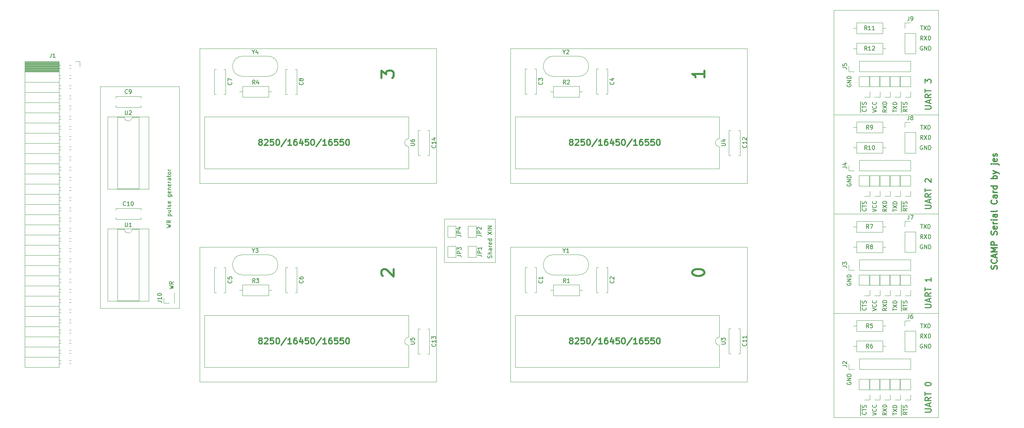
<source format=gbr>
G04 #@! TF.GenerationSoftware,KiCad,Pcbnew,5.1.5+dfsg1-2build2*
G04 #@! TF.CreationDate,2021-04-04T16:47:07+01:00*
G04 #@! TF.ProjectId,serial,73657269-616c-42e6-9b69-6361645f7063,rev?*
G04 #@! TF.SameCoordinates,Original*
G04 #@! TF.FileFunction,Legend,Top*
G04 #@! TF.FilePolarity,Positive*
%FSLAX46Y46*%
G04 Gerber Fmt 4.6, Leading zero omitted, Abs format (unit mm)*
G04 Created by KiCad (PCBNEW 5.1.5+dfsg1-2build2) date 2021-04-04 16:47:07*
%MOMM*%
%LPD*%
G04 APERTURE LIST*
%ADD10C,0.300000*%
%ADD11C,0.150000*%
%ADD12C,0.120000*%
%ADD13C,0.500000*%
%ADD14C,0.250000*%
G04 APERTURE END LIST*
D10*
X81075000Y-77291428D02*
X80932142Y-77220000D01*
X80860714Y-77148571D01*
X80789285Y-77005714D01*
X80789285Y-76934285D01*
X80860714Y-76791428D01*
X80932142Y-76720000D01*
X81075000Y-76648571D01*
X81360714Y-76648571D01*
X81503571Y-76720000D01*
X81575000Y-76791428D01*
X81646428Y-76934285D01*
X81646428Y-77005714D01*
X81575000Y-77148571D01*
X81503571Y-77220000D01*
X81360714Y-77291428D01*
X81075000Y-77291428D01*
X80932142Y-77362857D01*
X80860714Y-77434285D01*
X80789285Y-77577142D01*
X80789285Y-77862857D01*
X80860714Y-78005714D01*
X80932142Y-78077142D01*
X81075000Y-78148571D01*
X81360714Y-78148571D01*
X81503571Y-78077142D01*
X81575000Y-78005714D01*
X81646428Y-77862857D01*
X81646428Y-77577142D01*
X81575000Y-77434285D01*
X81503571Y-77362857D01*
X81360714Y-77291428D01*
X82217857Y-76791428D02*
X82289285Y-76720000D01*
X82432142Y-76648571D01*
X82789285Y-76648571D01*
X82932142Y-76720000D01*
X83003571Y-76791428D01*
X83075000Y-76934285D01*
X83075000Y-77077142D01*
X83003571Y-77291428D01*
X82146428Y-78148571D01*
X83075000Y-78148571D01*
X84432142Y-76648571D02*
X83717857Y-76648571D01*
X83646428Y-77362857D01*
X83717857Y-77291428D01*
X83860714Y-77220000D01*
X84217857Y-77220000D01*
X84360714Y-77291428D01*
X84432142Y-77362857D01*
X84503571Y-77505714D01*
X84503571Y-77862857D01*
X84432142Y-78005714D01*
X84360714Y-78077142D01*
X84217857Y-78148571D01*
X83860714Y-78148571D01*
X83717857Y-78077142D01*
X83646428Y-78005714D01*
X85432142Y-76648571D02*
X85575000Y-76648571D01*
X85717857Y-76720000D01*
X85789285Y-76791428D01*
X85860714Y-76934285D01*
X85932142Y-77220000D01*
X85932142Y-77577142D01*
X85860714Y-77862857D01*
X85789285Y-78005714D01*
X85717857Y-78077142D01*
X85575000Y-78148571D01*
X85432142Y-78148571D01*
X85289285Y-78077142D01*
X85217857Y-78005714D01*
X85146428Y-77862857D01*
X85075000Y-77577142D01*
X85075000Y-77220000D01*
X85146428Y-76934285D01*
X85217857Y-76791428D01*
X85289285Y-76720000D01*
X85432142Y-76648571D01*
X87646428Y-76577142D02*
X86360714Y-78505714D01*
X88932142Y-78148571D02*
X88075000Y-78148571D01*
X88503571Y-78148571D02*
X88503571Y-76648571D01*
X88360714Y-76862857D01*
X88217857Y-77005714D01*
X88075000Y-77077142D01*
X90217857Y-76648571D02*
X89932142Y-76648571D01*
X89789285Y-76720000D01*
X89717857Y-76791428D01*
X89575000Y-77005714D01*
X89503571Y-77291428D01*
X89503571Y-77862857D01*
X89575000Y-78005714D01*
X89646428Y-78077142D01*
X89789285Y-78148571D01*
X90075000Y-78148571D01*
X90217857Y-78077142D01*
X90289285Y-78005714D01*
X90360714Y-77862857D01*
X90360714Y-77505714D01*
X90289285Y-77362857D01*
X90217857Y-77291428D01*
X90075000Y-77220000D01*
X89789285Y-77220000D01*
X89646428Y-77291428D01*
X89575000Y-77362857D01*
X89503571Y-77505714D01*
X91646428Y-77148571D02*
X91646428Y-78148571D01*
X91289285Y-76577142D02*
X90932142Y-77648571D01*
X91860714Y-77648571D01*
X93146428Y-76648571D02*
X92432142Y-76648571D01*
X92360714Y-77362857D01*
X92432142Y-77291428D01*
X92575000Y-77220000D01*
X92932142Y-77220000D01*
X93075000Y-77291428D01*
X93146428Y-77362857D01*
X93217857Y-77505714D01*
X93217857Y-77862857D01*
X93146428Y-78005714D01*
X93075000Y-78077142D01*
X92932142Y-78148571D01*
X92575000Y-78148571D01*
X92432142Y-78077142D01*
X92360714Y-78005714D01*
X94146428Y-76648571D02*
X94289285Y-76648571D01*
X94432142Y-76720000D01*
X94503571Y-76791428D01*
X94575000Y-76934285D01*
X94646428Y-77220000D01*
X94646428Y-77577142D01*
X94575000Y-77862857D01*
X94503571Y-78005714D01*
X94432142Y-78077142D01*
X94289285Y-78148571D01*
X94146428Y-78148571D01*
X94003571Y-78077142D01*
X93932142Y-78005714D01*
X93860714Y-77862857D01*
X93789285Y-77577142D01*
X93789285Y-77220000D01*
X93860714Y-76934285D01*
X93932142Y-76791428D01*
X94003571Y-76720000D01*
X94146428Y-76648571D01*
X96360714Y-76577142D02*
X95075000Y-78505714D01*
X97646428Y-78148571D02*
X96789285Y-78148571D01*
X97217857Y-78148571D02*
X97217857Y-76648571D01*
X97075000Y-76862857D01*
X96932142Y-77005714D01*
X96789285Y-77077142D01*
X98932142Y-76648571D02*
X98646428Y-76648571D01*
X98503571Y-76720000D01*
X98432142Y-76791428D01*
X98289285Y-77005714D01*
X98217857Y-77291428D01*
X98217857Y-77862857D01*
X98289285Y-78005714D01*
X98360714Y-78077142D01*
X98503571Y-78148571D01*
X98789285Y-78148571D01*
X98932142Y-78077142D01*
X99003571Y-78005714D01*
X99075000Y-77862857D01*
X99075000Y-77505714D01*
X99003571Y-77362857D01*
X98932142Y-77291428D01*
X98789285Y-77220000D01*
X98503571Y-77220000D01*
X98360714Y-77291428D01*
X98289285Y-77362857D01*
X98217857Y-77505714D01*
X100432142Y-76648571D02*
X99717857Y-76648571D01*
X99646428Y-77362857D01*
X99717857Y-77291428D01*
X99860714Y-77220000D01*
X100217857Y-77220000D01*
X100360714Y-77291428D01*
X100432142Y-77362857D01*
X100503571Y-77505714D01*
X100503571Y-77862857D01*
X100432142Y-78005714D01*
X100360714Y-78077142D01*
X100217857Y-78148571D01*
X99860714Y-78148571D01*
X99717857Y-78077142D01*
X99646428Y-78005714D01*
X101860714Y-76648571D02*
X101146428Y-76648571D01*
X101075000Y-77362857D01*
X101146428Y-77291428D01*
X101289285Y-77220000D01*
X101646428Y-77220000D01*
X101789285Y-77291428D01*
X101860714Y-77362857D01*
X101932142Y-77505714D01*
X101932142Y-77862857D01*
X101860714Y-78005714D01*
X101789285Y-78077142D01*
X101646428Y-78148571D01*
X101289285Y-78148571D01*
X101146428Y-78077142D01*
X101075000Y-78005714D01*
X102860714Y-76648571D02*
X103003571Y-76648571D01*
X103146428Y-76720000D01*
X103217857Y-76791428D01*
X103289285Y-76934285D01*
X103360714Y-77220000D01*
X103360714Y-77577142D01*
X103289285Y-77862857D01*
X103217857Y-78005714D01*
X103146428Y-78077142D01*
X103003571Y-78148571D01*
X102860714Y-78148571D01*
X102717857Y-78077142D01*
X102646428Y-78005714D01*
X102575000Y-77862857D01*
X102503571Y-77577142D01*
X102503571Y-77220000D01*
X102575000Y-76934285D01*
X102646428Y-76791428D01*
X102717857Y-76720000D01*
X102860714Y-76648571D01*
X81075000Y-126821428D02*
X80932142Y-126750000D01*
X80860714Y-126678571D01*
X80789285Y-126535714D01*
X80789285Y-126464285D01*
X80860714Y-126321428D01*
X80932142Y-126250000D01*
X81075000Y-126178571D01*
X81360714Y-126178571D01*
X81503571Y-126250000D01*
X81575000Y-126321428D01*
X81646428Y-126464285D01*
X81646428Y-126535714D01*
X81575000Y-126678571D01*
X81503571Y-126750000D01*
X81360714Y-126821428D01*
X81075000Y-126821428D01*
X80932142Y-126892857D01*
X80860714Y-126964285D01*
X80789285Y-127107142D01*
X80789285Y-127392857D01*
X80860714Y-127535714D01*
X80932142Y-127607142D01*
X81075000Y-127678571D01*
X81360714Y-127678571D01*
X81503571Y-127607142D01*
X81575000Y-127535714D01*
X81646428Y-127392857D01*
X81646428Y-127107142D01*
X81575000Y-126964285D01*
X81503571Y-126892857D01*
X81360714Y-126821428D01*
X82217857Y-126321428D02*
X82289285Y-126250000D01*
X82432142Y-126178571D01*
X82789285Y-126178571D01*
X82932142Y-126250000D01*
X83003571Y-126321428D01*
X83075000Y-126464285D01*
X83075000Y-126607142D01*
X83003571Y-126821428D01*
X82146428Y-127678571D01*
X83075000Y-127678571D01*
X84432142Y-126178571D02*
X83717857Y-126178571D01*
X83646428Y-126892857D01*
X83717857Y-126821428D01*
X83860714Y-126750000D01*
X84217857Y-126750000D01*
X84360714Y-126821428D01*
X84432142Y-126892857D01*
X84503571Y-127035714D01*
X84503571Y-127392857D01*
X84432142Y-127535714D01*
X84360714Y-127607142D01*
X84217857Y-127678571D01*
X83860714Y-127678571D01*
X83717857Y-127607142D01*
X83646428Y-127535714D01*
X85432142Y-126178571D02*
X85575000Y-126178571D01*
X85717857Y-126250000D01*
X85789285Y-126321428D01*
X85860714Y-126464285D01*
X85932142Y-126750000D01*
X85932142Y-127107142D01*
X85860714Y-127392857D01*
X85789285Y-127535714D01*
X85717857Y-127607142D01*
X85575000Y-127678571D01*
X85432142Y-127678571D01*
X85289285Y-127607142D01*
X85217857Y-127535714D01*
X85146428Y-127392857D01*
X85075000Y-127107142D01*
X85075000Y-126750000D01*
X85146428Y-126464285D01*
X85217857Y-126321428D01*
X85289285Y-126250000D01*
X85432142Y-126178571D01*
X87646428Y-126107142D02*
X86360714Y-128035714D01*
X88932142Y-127678571D02*
X88075000Y-127678571D01*
X88503571Y-127678571D02*
X88503571Y-126178571D01*
X88360714Y-126392857D01*
X88217857Y-126535714D01*
X88075000Y-126607142D01*
X90217857Y-126178571D02*
X89932142Y-126178571D01*
X89789285Y-126250000D01*
X89717857Y-126321428D01*
X89575000Y-126535714D01*
X89503571Y-126821428D01*
X89503571Y-127392857D01*
X89575000Y-127535714D01*
X89646428Y-127607142D01*
X89789285Y-127678571D01*
X90075000Y-127678571D01*
X90217857Y-127607142D01*
X90289285Y-127535714D01*
X90360714Y-127392857D01*
X90360714Y-127035714D01*
X90289285Y-126892857D01*
X90217857Y-126821428D01*
X90075000Y-126750000D01*
X89789285Y-126750000D01*
X89646428Y-126821428D01*
X89575000Y-126892857D01*
X89503571Y-127035714D01*
X91646428Y-126678571D02*
X91646428Y-127678571D01*
X91289285Y-126107142D02*
X90932142Y-127178571D01*
X91860714Y-127178571D01*
X93146428Y-126178571D02*
X92432142Y-126178571D01*
X92360714Y-126892857D01*
X92432142Y-126821428D01*
X92575000Y-126750000D01*
X92932142Y-126750000D01*
X93075000Y-126821428D01*
X93146428Y-126892857D01*
X93217857Y-127035714D01*
X93217857Y-127392857D01*
X93146428Y-127535714D01*
X93075000Y-127607142D01*
X92932142Y-127678571D01*
X92575000Y-127678571D01*
X92432142Y-127607142D01*
X92360714Y-127535714D01*
X94146428Y-126178571D02*
X94289285Y-126178571D01*
X94432142Y-126250000D01*
X94503571Y-126321428D01*
X94575000Y-126464285D01*
X94646428Y-126750000D01*
X94646428Y-127107142D01*
X94575000Y-127392857D01*
X94503571Y-127535714D01*
X94432142Y-127607142D01*
X94289285Y-127678571D01*
X94146428Y-127678571D01*
X94003571Y-127607142D01*
X93932142Y-127535714D01*
X93860714Y-127392857D01*
X93789285Y-127107142D01*
X93789285Y-126750000D01*
X93860714Y-126464285D01*
X93932142Y-126321428D01*
X94003571Y-126250000D01*
X94146428Y-126178571D01*
X96360714Y-126107142D02*
X95075000Y-128035714D01*
X97646428Y-127678571D02*
X96789285Y-127678571D01*
X97217857Y-127678571D02*
X97217857Y-126178571D01*
X97075000Y-126392857D01*
X96932142Y-126535714D01*
X96789285Y-126607142D01*
X98932142Y-126178571D02*
X98646428Y-126178571D01*
X98503571Y-126250000D01*
X98432142Y-126321428D01*
X98289285Y-126535714D01*
X98217857Y-126821428D01*
X98217857Y-127392857D01*
X98289285Y-127535714D01*
X98360714Y-127607142D01*
X98503571Y-127678571D01*
X98789285Y-127678571D01*
X98932142Y-127607142D01*
X99003571Y-127535714D01*
X99075000Y-127392857D01*
X99075000Y-127035714D01*
X99003571Y-126892857D01*
X98932142Y-126821428D01*
X98789285Y-126750000D01*
X98503571Y-126750000D01*
X98360714Y-126821428D01*
X98289285Y-126892857D01*
X98217857Y-127035714D01*
X100432142Y-126178571D02*
X99717857Y-126178571D01*
X99646428Y-126892857D01*
X99717857Y-126821428D01*
X99860714Y-126750000D01*
X100217857Y-126750000D01*
X100360714Y-126821428D01*
X100432142Y-126892857D01*
X100503571Y-127035714D01*
X100503571Y-127392857D01*
X100432142Y-127535714D01*
X100360714Y-127607142D01*
X100217857Y-127678571D01*
X99860714Y-127678571D01*
X99717857Y-127607142D01*
X99646428Y-127535714D01*
X101860714Y-126178571D02*
X101146428Y-126178571D01*
X101075000Y-126892857D01*
X101146428Y-126821428D01*
X101289285Y-126750000D01*
X101646428Y-126750000D01*
X101789285Y-126821428D01*
X101860714Y-126892857D01*
X101932142Y-127035714D01*
X101932142Y-127392857D01*
X101860714Y-127535714D01*
X101789285Y-127607142D01*
X101646428Y-127678571D01*
X101289285Y-127678571D01*
X101146428Y-127607142D01*
X101075000Y-127535714D01*
X102860714Y-126178571D02*
X103003571Y-126178571D01*
X103146428Y-126250000D01*
X103217857Y-126321428D01*
X103289285Y-126464285D01*
X103360714Y-126750000D01*
X103360714Y-127107142D01*
X103289285Y-127392857D01*
X103217857Y-127535714D01*
X103146428Y-127607142D01*
X103003571Y-127678571D01*
X102860714Y-127678571D01*
X102717857Y-127607142D01*
X102646428Y-127535714D01*
X102575000Y-127392857D01*
X102503571Y-127107142D01*
X102503571Y-126750000D01*
X102575000Y-126464285D01*
X102646428Y-126321428D01*
X102717857Y-126250000D01*
X102860714Y-126178571D01*
X158545000Y-77291428D02*
X158402142Y-77220000D01*
X158330714Y-77148571D01*
X158259285Y-77005714D01*
X158259285Y-76934285D01*
X158330714Y-76791428D01*
X158402142Y-76720000D01*
X158545000Y-76648571D01*
X158830714Y-76648571D01*
X158973571Y-76720000D01*
X159045000Y-76791428D01*
X159116428Y-76934285D01*
X159116428Y-77005714D01*
X159045000Y-77148571D01*
X158973571Y-77220000D01*
X158830714Y-77291428D01*
X158545000Y-77291428D01*
X158402142Y-77362857D01*
X158330714Y-77434285D01*
X158259285Y-77577142D01*
X158259285Y-77862857D01*
X158330714Y-78005714D01*
X158402142Y-78077142D01*
X158545000Y-78148571D01*
X158830714Y-78148571D01*
X158973571Y-78077142D01*
X159045000Y-78005714D01*
X159116428Y-77862857D01*
X159116428Y-77577142D01*
X159045000Y-77434285D01*
X158973571Y-77362857D01*
X158830714Y-77291428D01*
X159687857Y-76791428D02*
X159759285Y-76720000D01*
X159902142Y-76648571D01*
X160259285Y-76648571D01*
X160402142Y-76720000D01*
X160473571Y-76791428D01*
X160545000Y-76934285D01*
X160545000Y-77077142D01*
X160473571Y-77291428D01*
X159616428Y-78148571D01*
X160545000Y-78148571D01*
X161902142Y-76648571D02*
X161187857Y-76648571D01*
X161116428Y-77362857D01*
X161187857Y-77291428D01*
X161330714Y-77220000D01*
X161687857Y-77220000D01*
X161830714Y-77291428D01*
X161902142Y-77362857D01*
X161973571Y-77505714D01*
X161973571Y-77862857D01*
X161902142Y-78005714D01*
X161830714Y-78077142D01*
X161687857Y-78148571D01*
X161330714Y-78148571D01*
X161187857Y-78077142D01*
X161116428Y-78005714D01*
X162902142Y-76648571D02*
X163045000Y-76648571D01*
X163187857Y-76720000D01*
X163259285Y-76791428D01*
X163330714Y-76934285D01*
X163402142Y-77220000D01*
X163402142Y-77577142D01*
X163330714Y-77862857D01*
X163259285Y-78005714D01*
X163187857Y-78077142D01*
X163045000Y-78148571D01*
X162902142Y-78148571D01*
X162759285Y-78077142D01*
X162687857Y-78005714D01*
X162616428Y-77862857D01*
X162545000Y-77577142D01*
X162545000Y-77220000D01*
X162616428Y-76934285D01*
X162687857Y-76791428D01*
X162759285Y-76720000D01*
X162902142Y-76648571D01*
X165116428Y-76577142D02*
X163830714Y-78505714D01*
X166402142Y-78148571D02*
X165545000Y-78148571D01*
X165973571Y-78148571D02*
X165973571Y-76648571D01*
X165830714Y-76862857D01*
X165687857Y-77005714D01*
X165545000Y-77077142D01*
X167687857Y-76648571D02*
X167402142Y-76648571D01*
X167259285Y-76720000D01*
X167187857Y-76791428D01*
X167045000Y-77005714D01*
X166973571Y-77291428D01*
X166973571Y-77862857D01*
X167045000Y-78005714D01*
X167116428Y-78077142D01*
X167259285Y-78148571D01*
X167545000Y-78148571D01*
X167687857Y-78077142D01*
X167759285Y-78005714D01*
X167830714Y-77862857D01*
X167830714Y-77505714D01*
X167759285Y-77362857D01*
X167687857Y-77291428D01*
X167545000Y-77220000D01*
X167259285Y-77220000D01*
X167116428Y-77291428D01*
X167045000Y-77362857D01*
X166973571Y-77505714D01*
X169116428Y-77148571D02*
X169116428Y-78148571D01*
X168759285Y-76577142D02*
X168402142Y-77648571D01*
X169330714Y-77648571D01*
X170616428Y-76648571D02*
X169902142Y-76648571D01*
X169830714Y-77362857D01*
X169902142Y-77291428D01*
X170045000Y-77220000D01*
X170402142Y-77220000D01*
X170545000Y-77291428D01*
X170616428Y-77362857D01*
X170687857Y-77505714D01*
X170687857Y-77862857D01*
X170616428Y-78005714D01*
X170545000Y-78077142D01*
X170402142Y-78148571D01*
X170045000Y-78148571D01*
X169902142Y-78077142D01*
X169830714Y-78005714D01*
X171616428Y-76648571D02*
X171759285Y-76648571D01*
X171902142Y-76720000D01*
X171973571Y-76791428D01*
X172045000Y-76934285D01*
X172116428Y-77220000D01*
X172116428Y-77577142D01*
X172045000Y-77862857D01*
X171973571Y-78005714D01*
X171902142Y-78077142D01*
X171759285Y-78148571D01*
X171616428Y-78148571D01*
X171473571Y-78077142D01*
X171402142Y-78005714D01*
X171330714Y-77862857D01*
X171259285Y-77577142D01*
X171259285Y-77220000D01*
X171330714Y-76934285D01*
X171402142Y-76791428D01*
X171473571Y-76720000D01*
X171616428Y-76648571D01*
X173830714Y-76577142D02*
X172545000Y-78505714D01*
X175116428Y-78148571D02*
X174259285Y-78148571D01*
X174687857Y-78148571D02*
X174687857Y-76648571D01*
X174545000Y-76862857D01*
X174402142Y-77005714D01*
X174259285Y-77077142D01*
X176402142Y-76648571D02*
X176116428Y-76648571D01*
X175973571Y-76720000D01*
X175902142Y-76791428D01*
X175759285Y-77005714D01*
X175687857Y-77291428D01*
X175687857Y-77862857D01*
X175759285Y-78005714D01*
X175830714Y-78077142D01*
X175973571Y-78148571D01*
X176259285Y-78148571D01*
X176402142Y-78077142D01*
X176473571Y-78005714D01*
X176545000Y-77862857D01*
X176545000Y-77505714D01*
X176473571Y-77362857D01*
X176402142Y-77291428D01*
X176259285Y-77220000D01*
X175973571Y-77220000D01*
X175830714Y-77291428D01*
X175759285Y-77362857D01*
X175687857Y-77505714D01*
X177902142Y-76648571D02*
X177187857Y-76648571D01*
X177116428Y-77362857D01*
X177187857Y-77291428D01*
X177330714Y-77220000D01*
X177687857Y-77220000D01*
X177830714Y-77291428D01*
X177902142Y-77362857D01*
X177973571Y-77505714D01*
X177973571Y-77862857D01*
X177902142Y-78005714D01*
X177830714Y-78077142D01*
X177687857Y-78148571D01*
X177330714Y-78148571D01*
X177187857Y-78077142D01*
X177116428Y-78005714D01*
X179330714Y-76648571D02*
X178616428Y-76648571D01*
X178545000Y-77362857D01*
X178616428Y-77291428D01*
X178759285Y-77220000D01*
X179116428Y-77220000D01*
X179259285Y-77291428D01*
X179330714Y-77362857D01*
X179402142Y-77505714D01*
X179402142Y-77862857D01*
X179330714Y-78005714D01*
X179259285Y-78077142D01*
X179116428Y-78148571D01*
X178759285Y-78148571D01*
X178616428Y-78077142D01*
X178545000Y-78005714D01*
X180330714Y-76648571D02*
X180473571Y-76648571D01*
X180616428Y-76720000D01*
X180687857Y-76791428D01*
X180759285Y-76934285D01*
X180830714Y-77220000D01*
X180830714Y-77577142D01*
X180759285Y-77862857D01*
X180687857Y-78005714D01*
X180616428Y-78077142D01*
X180473571Y-78148571D01*
X180330714Y-78148571D01*
X180187857Y-78077142D01*
X180116428Y-78005714D01*
X180045000Y-77862857D01*
X179973571Y-77577142D01*
X179973571Y-77220000D01*
X180045000Y-76934285D01*
X180116428Y-76791428D01*
X180187857Y-76720000D01*
X180330714Y-76648571D01*
X158545000Y-126821428D02*
X158402142Y-126750000D01*
X158330714Y-126678571D01*
X158259285Y-126535714D01*
X158259285Y-126464285D01*
X158330714Y-126321428D01*
X158402142Y-126250000D01*
X158545000Y-126178571D01*
X158830714Y-126178571D01*
X158973571Y-126250000D01*
X159045000Y-126321428D01*
X159116428Y-126464285D01*
X159116428Y-126535714D01*
X159045000Y-126678571D01*
X158973571Y-126750000D01*
X158830714Y-126821428D01*
X158545000Y-126821428D01*
X158402142Y-126892857D01*
X158330714Y-126964285D01*
X158259285Y-127107142D01*
X158259285Y-127392857D01*
X158330714Y-127535714D01*
X158402142Y-127607142D01*
X158545000Y-127678571D01*
X158830714Y-127678571D01*
X158973571Y-127607142D01*
X159045000Y-127535714D01*
X159116428Y-127392857D01*
X159116428Y-127107142D01*
X159045000Y-126964285D01*
X158973571Y-126892857D01*
X158830714Y-126821428D01*
X159687857Y-126321428D02*
X159759285Y-126250000D01*
X159902142Y-126178571D01*
X160259285Y-126178571D01*
X160402142Y-126250000D01*
X160473571Y-126321428D01*
X160545000Y-126464285D01*
X160545000Y-126607142D01*
X160473571Y-126821428D01*
X159616428Y-127678571D01*
X160545000Y-127678571D01*
X161902142Y-126178571D02*
X161187857Y-126178571D01*
X161116428Y-126892857D01*
X161187857Y-126821428D01*
X161330714Y-126750000D01*
X161687857Y-126750000D01*
X161830714Y-126821428D01*
X161902142Y-126892857D01*
X161973571Y-127035714D01*
X161973571Y-127392857D01*
X161902142Y-127535714D01*
X161830714Y-127607142D01*
X161687857Y-127678571D01*
X161330714Y-127678571D01*
X161187857Y-127607142D01*
X161116428Y-127535714D01*
X162902142Y-126178571D02*
X163045000Y-126178571D01*
X163187857Y-126250000D01*
X163259285Y-126321428D01*
X163330714Y-126464285D01*
X163402142Y-126750000D01*
X163402142Y-127107142D01*
X163330714Y-127392857D01*
X163259285Y-127535714D01*
X163187857Y-127607142D01*
X163045000Y-127678571D01*
X162902142Y-127678571D01*
X162759285Y-127607142D01*
X162687857Y-127535714D01*
X162616428Y-127392857D01*
X162545000Y-127107142D01*
X162545000Y-126750000D01*
X162616428Y-126464285D01*
X162687857Y-126321428D01*
X162759285Y-126250000D01*
X162902142Y-126178571D01*
X165116428Y-126107142D02*
X163830714Y-128035714D01*
X166402142Y-127678571D02*
X165545000Y-127678571D01*
X165973571Y-127678571D02*
X165973571Y-126178571D01*
X165830714Y-126392857D01*
X165687857Y-126535714D01*
X165545000Y-126607142D01*
X167687857Y-126178571D02*
X167402142Y-126178571D01*
X167259285Y-126250000D01*
X167187857Y-126321428D01*
X167045000Y-126535714D01*
X166973571Y-126821428D01*
X166973571Y-127392857D01*
X167045000Y-127535714D01*
X167116428Y-127607142D01*
X167259285Y-127678571D01*
X167545000Y-127678571D01*
X167687857Y-127607142D01*
X167759285Y-127535714D01*
X167830714Y-127392857D01*
X167830714Y-127035714D01*
X167759285Y-126892857D01*
X167687857Y-126821428D01*
X167545000Y-126750000D01*
X167259285Y-126750000D01*
X167116428Y-126821428D01*
X167045000Y-126892857D01*
X166973571Y-127035714D01*
X169116428Y-126678571D02*
X169116428Y-127678571D01*
X168759285Y-126107142D02*
X168402142Y-127178571D01*
X169330714Y-127178571D01*
X170616428Y-126178571D02*
X169902142Y-126178571D01*
X169830714Y-126892857D01*
X169902142Y-126821428D01*
X170045000Y-126750000D01*
X170402142Y-126750000D01*
X170545000Y-126821428D01*
X170616428Y-126892857D01*
X170687857Y-127035714D01*
X170687857Y-127392857D01*
X170616428Y-127535714D01*
X170545000Y-127607142D01*
X170402142Y-127678571D01*
X170045000Y-127678571D01*
X169902142Y-127607142D01*
X169830714Y-127535714D01*
X171616428Y-126178571D02*
X171759285Y-126178571D01*
X171902142Y-126250000D01*
X171973571Y-126321428D01*
X172045000Y-126464285D01*
X172116428Y-126750000D01*
X172116428Y-127107142D01*
X172045000Y-127392857D01*
X171973571Y-127535714D01*
X171902142Y-127607142D01*
X171759285Y-127678571D01*
X171616428Y-127678571D01*
X171473571Y-127607142D01*
X171402142Y-127535714D01*
X171330714Y-127392857D01*
X171259285Y-127107142D01*
X171259285Y-126750000D01*
X171330714Y-126464285D01*
X171402142Y-126321428D01*
X171473571Y-126250000D01*
X171616428Y-126178571D01*
X173830714Y-126107142D02*
X172545000Y-128035714D01*
X175116428Y-127678571D02*
X174259285Y-127678571D01*
X174687857Y-127678571D02*
X174687857Y-126178571D01*
X174545000Y-126392857D01*
X174402142Y-126535714D01*
X174259285Y-126607142D01*
X176402142Y-126178571D02*
X176116428Y-126178571D01*
X175973571Y-126250000D01*
X175902142Y-126321428D01*
X175759285Y-126535714D01*
X175687857Y-126821428D01*
X175687857Y-127392857D01*
X175759285Y-127535714D01*
X175830714Y-127607142D01*
X175973571Y-127678571D01*
X176259285Y-127678571D01*
X176402142Y-127607142D01*
X176473571Y-127535714D01*
X176545000Y-127392857D01*
X176545000Y-127035714D01*
X176473571Y-126892857D01*
X176402142Y-126821428D01*
X176259285Y-126750000D01*
X175973571Y-126750000D01*
X175830714Y-126821428D01*
X175759285Y-126892857D01*
X175687857Y-127035714D01*
X177902142Y-126178571D02*
X177187857Y-126178571D01*
X177116428Y-126892857D01*
X177187857Y-126821428D01*
X177330714Y-126750000D01*
X177687857Y-126750000D01*
X177830714Y-126821428D01*
X177902142Y-126892857D01*
X177973571Y-127035714D01*
X177973571Y-127392857D01*
X177902142Y-127535714D01*
X177830714Y-127607142D01*
X177687857Y-127678571D01*
X177330714Y-127678571D01*
X177187857Y-127607142D01*
X177116428Y-127535714D01*
X179330714Y-126178571D02*
X178616428Y-126178571D01*
X178545000Y-126892857D01*
X178616428Y-126821428D01*
X178759285Y-126750000D01*
X179116428Y-126750000D01*
X179259285Y-126821428D01*
X179330714Y-126892857D01*
X179402142Y-127035714D01*
X179402142Y-127392857D01*
X179330714Y-127535714D01*
X179259285Y-127607142D01*
X179116428Y-127678571D01*
X178759285Y-127678571D01*
X178616428Y-127607142D01*
X178545000Y-127535714D01*
X180330714Y-126178571D02*
X180473571Y-126178571D01*
X180616428Y-126250000D01*
X180687857Y-126321428D01*
X180759285Y-126464285D01*
X180830714Y-126750000D01*
X180830714Y-127107142D01*
X180759285Y-127392857D01*
X180687857Y-127535714D01*
X180616428Y-127607142D01*
X180473571Y-127678571D01*
X180330714Y-127678571D01*
X180187857Y-127607142D01*
X180116428Y-127535714D01*
X180045000Y-127392857D01*
X179973571Y-127107142D01*
X179973571Y-126750000D01*
X180045000Y-126464285D01*
X180116428Y-126321428D01*
X180187857Y-126250000D01*
X180330714Y-126178571D01*
D11*
X58507380Y-113958571D02*
X59507380Y-113720476D01*
X58793095Y-113530000D01*
X59507380Y-113339523D01*
X58507380Y-113101428D01*
X59507380Y-112149047D02*
X59031190Y-112482380D01*
X59507380Y-112720476D02*
X58507380Y-112720476D01*
X58507380Y-112339523D01*
X58555000Y-112244285D01*
X58602619Y-112196666D01*
X58697857Y-112149047D01*
X58840714Y-112149047D01*
X58935952Y-112196666D01*
X58983571Y-112244285D01*
X59031190Y-112339523D01*
X59031190Y-112720476D01*
X57872380Y-98701904D02*
X58872380Y-98463809D01*
X58158095Y-98273333D01*
X58872380Y-98082857D01*
X57872380Y-97844761D01*
X58872380Y-96892380D02*
X58396190Y-97225714D01*
X58872380Y-97463809D02*
X57872380Y-97463809D01*
X57872380Y-97082857D01*
X57920000Y-96987619D01*
X57967619Y-96940000D01*
X58062857Y-96892380D01*
X58205714Y-96892380D01*
X58300952Y-96940000D01*
X58348571Y-96987619D01*
X58396190Y-97082857D01*
X58396190Y-97463809D01*
X58205714Y-95701904D02*
X59205714Y-95701904D01*
X58253333Y-95701904D02*
X58205714Y-95606666D01*
X58205714Y-95416190D01*
X58253333Y-95320952D01*
X58300952Y-95273333D01*
X58396190Y-95225714D01*
X58681904Y-95225714D01*
X58777142Y-95273333D01*
X58824761Y-95320952D01*
X58872380Y-95416190D01*
X58872380Y-95606666D01*
X58824761Y-95701904D01*
X58205714Y-94368571D02*
X58872380Y-94368571D01*
X58205714Y-94797142D02*
X58729523Y-94797142D01*
X58824761Y-94749523D01*
X58872380Y-94654285D01*
X58872380Y-94511428D01*
X58824761Y-94416190D01*
X58777142Y-94368571D01*
X58872380Y-93749523D02*
X58824761Y-93844761D01*
X58729523Y-93892380D01*
X57872380Y-93892380D01*
X58824761Y-93416190D02*
X58872380Y-93320952D01*
X58872380Y-93130476D01*
X58824761Y-93035238D01*
X58729523Y-92987619D01*
X58681904Y-92987619D01*
X58586666Y-93035238D01*
X58539047Y-93130476D01*
X58539047Y-93273333D01*
X58491428Y-93368571D01*
X58396190Y-93416190D01*
X58348571Y-93416190D01*
X58253333Y-93368571D01*
X58205714Y-93273333D01*
X58205714Y-93130476D01*
X58253333Y-93035238D01*
X58824761Y-92178095D02*
X58872380Y-92273333D01*
X58872380Y-92463809D01*
X58824761Y-92559047D01*
X58729523Y-92606666D01*
X58348571Y-92606666D01*
X58253333Y-92559047D01*
X58205714Y-92463809D01*
X58205714Y-92273333D01*
X58253333Y-92178095D01*
X58348571Y-92130476D01*
X58443809Y-92130476D01*
X58539047Y-92606666D01*
X58205714Y-90511428D02*
X59015238Y-90511428D01*
X59110476Y-90559047D01*
X59158095Y-90606666D01*
X59205714Y-90701904D01*
X59205714Y-90844761D01*
X59158095Y-90940000D01*
X58824761Y-90511428D02*
X58872380Y-90606666D01*
X58872380Y-90797142D01*
X58824761Y-90892380D01*
X58777142Y-90940000D01*
X58681904Y-90987619D01*
X58396190Y-90987619D01*
X58300952Y-90940000D01*
X58253333Y-90892380D01*
X58205714Y-90797142D01*
X58205714Y-90606666D01*
X58253333Y-90511428D01*
X58824761Y-89654285D02*
X58872380Y-89749523D01*
X58872380Y-89940000D01*
X58824761Y-90035238D01*
X58729523Y-90082857D01*
X58348571Y-90082857D01*
X58253333Y-90035238D01*
X58205714Y-89940000D01*
X58205714Y-89749523D01*
X58253333Y-89654285D01*
X58348571Y-89606666D01*
X58443809Y-89606666D01*
X58539047Y-90082857D01*
X58205714Y-89178095D02*
X58872380Y-89178095D01*
X58300952Y-89178095D02*
X58253333Y-89130476D01*
X58205714Y-89035238D01*
X58205714Y-88892380D01*
X58253333Y-88797142D01*
X58348571Y-88749523D01*
X58872380Y-88749523D01*
X58824761Y-87892380D02*
X58872380Y-87987619D01*
X58872380Y-88178095D01*
X58824761Y-88273333D01*
X58729523Y-88320952D01*
X58348571Y-88320952D01*
X58253333Y-88273333D01*
X58205714Y-88178095D01*
X58205714Y-87987619D01*
X58253333Y-87892380D01*
X58348571Y-87844761D01*
X58443809Y-87844761D01*
X58539047Y-88320952D01*
X58872380Y-87416190D02*
X58205714Y-87416190D01*
X58396190Y-87416190D02*
X58300952Y-87368571D01*
X58253333Y-87320952D01*
X58205714Y-87225714D01*
X58205714Y-87130476D01*
X58872380Y-86368571D02*
X58348571Y-86368571D01*
X58253333Y-86416190D01*
X58205714Y-86511428D01*
X58205714Y-86701904D01*
X58253333Y-86797142D01*
X58824761Y-86368571D02*
X58872380Y-86463809D01*
X58872380Y-86701904D01*
X58824761Y-86797142D01*
X58729523Y-86844761D01*
X58634285Y-86844761D01*
X58539047Y-86797142D01*
X58491428Y-86701904D01*
X58491428Y-86463809D01*
X58443809Y-86368571D01*
X58205714Y-86035238D02*
X58205714Y-85654285D01*
X57872380Y-85892380D02*
X58729523Y-85892380D01*
X58824761Y-85844761D01*
X58872380Y-85749523D01*
X58872380Y-85654285D01*
X58872380Y-85178095D02*
X58824761Y-85273333D01*
X58777142Y-85320952D01*
X58681904Y-85368571D01*
X58396190Y-85368571D01*
X58300952Y-85320952D01*
X58253333Y-85273333D01*
X58205714Y-85178095D01*
X58205714Y-85035238D01*
X58253333Y-84940000D01*
X58300952Y-84892380D01*
X58396190Y-84844761D01*
X58681904Y-84844761D01*
X58777142Y-84892380D01*
X58824761Y-84940000D01*
X58872380Y-85035238D01*
X58872380Y-85178095D01*
X58872380Y-84416190D02*
X58205714Y-84416190D01*
X58396190Y-84416190D02*
X58300952Y-84368571D01*
X58253333Y-84320952D01*
X58205714Y-84225714D01*
X58205714Y-84130476D01*
D12*
X41275000Y-118745000D02*
X41275000Y-63500000D01*
X60960000Y-118745000D02*
X41275000Y-118745000D01*
X60960000Y-63500000D02*
X60960000Y-118745000D01*
X41275000Y-63500000D02*
X60960000Y-63500000D01*
X202565000Y-137160000D02*
X143510000Y-137160000D01*
X143510000Y-103505000D02*
X202565000Y-103505000D01*
X143510000Y-137160000D02*
X143510000Y-103505000D01*
X202565000Y-103505000D02*
X202565000Y-137160000D01*
X125095000Y-137160000D02*
X66040000Y-137160000D01*
X66040000Y-103505000D02*
X125095000Y-103505000D01*
X66040000Y-137160000D02*
X66040000Y-103505000D01*
X125095000Y-103505000D02*
X125095000Y-137160000D01*
X143510000Y-87630000D02*
X143510000Y-53975000D01*
X202565000Y-87630000D02*
X143510000Y-87630000D01*
X202565000Y-53975000D02*
X202565000Y-87630000D01*
X143510000Y-53975000D02*
X202565000Y-53975000D01*
X66040000Y-87630000D02*
X66040000Y-53975000D01*
X125095000Y-87630000D02*
X66040000Y-87630000D01*
X125095000Y-53975000D02*
X125095000Y-87630000D01*
X66040000Y-53975000D02*
X125095000Y-53975000D01*
D13*
X111387142Y-61325000D02*
X111387142Y-59467857D01*
X112530000Y-60467857D01*
X112530000Y-60039285D01*
X112672857Y-59753571D01*
X112815714Y-59610714D01*
X113101428Y-59467857D01*
X113815714Y-59467857D01*
X114101428Y-59610714D01*
X114244285Y-59753571D01*
X114387142Y-60039285D01*
X114387142Y-60896428D01*
X114244285Y-61182142D01*
X114101428Y-61325000D01*
X111672857Y-110712142D02*
X111530000Y-110569285D01*
X111387142Y-110283571D01*
X111387142Y-109569285D01*
X111530000Y-109283571D01*
X111672857Y-109140714D01*
X111958571Y-108997857D01*
X112244285Y-108997857D01*
X112672857Y-109140714D01*
X114387142Y-110855000D01*
X114387142Y-108997857D01*
X191857142Y-59467857D02*
X191857142Y-61182142D01*
X191857142Y-60325000D02*
X188857142Y-60325000D01*
X189285714Y-60610714D01*
X189571428Y-60896428D01*
X189714285Y-61182142D01*
X188857142Y-109997857D02*
X188857142Y-109712142D01*
X189000000Y-109426428D01*
X189142857Y-109283571D01*
X189428571Y-109140714D01*
X190000000Y-108997857D01*
X190714285Y-108997857D01*
X191285714Y-109140714D01*
X191571428Y-109283571D01*
X191714285Y-109426428D01*
X191857142Y-109712142D01*
X191857142Y-109997857D01*
X191714285Y-110283571D01*
X191571428Y-110426428D01*
X191285714Y-110569285D01*
X190714285Y-110712142D01*
X190000000Y-110712142D01*
X189428571Y-110569285D01*
X189142857Y-110426428D01*
X189000000Y-110283571D01*
X188857142Y-109997857D01*
D12*
X127000000Y-107315000D02*
X127000000Y-96520000D01*
X139700000Y-107315000D02*
X127000000Y-107315000D01*
X139700000Y-96520000D02*
X139700000Y-107315000D01*
X127000000Y-96520000D02*
X139700000Y-96520000D01*
D11*
X138834761Y-106235000D02*
X138882380Y-106092142D01*
X138882380Y-105854047D01*
X138834761Y-105758809D01*
X138787142Y-105711190D01*
X138691904Y-105663571D01*
X138596666Y-105663571D01*
X138501428Y-105711190D01*
X138453809Y-105758809D01*
X138406190Y-105854047D01*
X138358571Y-106044523D01*
X138310952Y-106139761D01*
X138263333Y-106187380D01*
X138168095Y-106235000D01*
X138072857Y-106235000D01*
X137977619Y-106187380D01*
X137930000Y-106139761D01*
X137882380Y-106044523D01*
X137882380Y-105806428D01*
X137930000Y-105663571D01*
X138882380Y-105235000D02*
X137882380Y-105235000D01*
X138882380Y-104806428D02*
X138358571Y-104806428D01*
X138263333Y-104854047D01*
X138215714Y-104949285D01*
X138215714Y-105092142D01*
X138263333Y-105187380D01*
X138310952Y-105235000D01*
X138882380Y-103901666D02*
X138358571Y-103901666D01*
X138263333Y-103949285D01*
X138215714Y-104044523D01*
X138215714Y-104235000D01*
X138263333Y-104330238D01*
X138834761Y-103901666D02*
X138882380Y-103996904D01*
X138882380Y-104235000D01*
X138834761Y-104330238D01*
X138739523Y-104377857D01*
X138644285Y-104377857D01*
X138549047Y-104330238D01*
X138501428Y-104235000D01*
X138501428Y-103996904D01*
X138453809Y-103901666D01*
X138882380Y-103425476D02*
X138215714Y-103425476D01*
X138406190Y-103425476D02*
X138310952Y-103377857D01*
X138263333Y-103330238D01*
X138215714Y-103235000D01*
X138215714Y-103139761D01*
X138834761Y-102425476D02*
X138882380Y-102520714D01*
X138882380Y-102711190D01*
X138834761Y-102806428D01*
X138739523Y-102854047D01*
X138358571Y-102854047D01*
X138263333Y-102806428D01*
X138215714Y-102711190D01*
X138215714Y-102520714D01*
X138263333Y-102425476D01*
X138358571Y-102377857D01*
X138453809Y-102377857D01*
X138549047Y-102854047D01*
X138882380Y-101520714D02*
X137882380Y-101520714D01*
X138834761Y-101520714D02*
X138882380Y-101615952D01*
X138882380Y-101806428D01*
X138834761Y-101901666D01*
X138787142Y-101949285D01*
X138691904Y-101996904D01*
X138406190Y-101996904D01*
X138310952Y-101949285D01*
X138263333Y-101901666D01*
X138215714Y-101806428D01*
X138215714Y-101615952D01*
X138263333Y-101520714D01*
X137882380Y-100377857D02*
X138882380Y-99711190D01*
X137882380Y-99711190D02*
X138882380Y-100377857D01*
X138882380Y-99330238D02*
X137882380Y-99330238D01*
X138882380Y-98854047D02*
X137882380Y-98854047D01*
X138882380Y-98282619D01*
X137882380Y-98282619D01*
D14*
X246828571Y-69083571D02*
X248042857Y-69083571D01*
X248185714Y-69012142D01*
X248257142Y-68940714D01*
X248328571Y-68797857D01*
X248328571Y-68512142D01*
X248257142Y-68369285D01*
X248185714Y-68297857D01*
X248042857Y-68226428D01*
X246828571Y-68226428D01*
X247900000Y-67583571D02*
X247900000Y-66869285D01*
X248328571Y-67726428D02*
X246828571Y-67226428D01*
X248328571Y-66726428D01*
X248328571Y-65369285D02*
X247614285Y-65869285D01*
X248328571Y-66226428D02*
X246828571Y-66226428D01*
X246828571Y-65655000D01*
X246900000Y-65512142D01*
X246971428Y-65440714D01*
X247114285Y-65369285D01*
X247328571Y-65369285D01*
X247471428Y-65440714D01*
X247542857Y-65512142D01*
X247614285Y-65655000D01*
X247614285Y-66226428D01*
X246828571Y-64940714D02*
X246828571Y-64083571D01*
X248328571Y-64512142D02*
X246828571Y-64512142D01*
X246828571Y-62583571D02*
X246828571Y-61655000D01*
X247400000Y-62155000D01*
X247400000Y-61940714D01*
X247471428Y-61797857D01*
X247542857Y-61726428D01*
X247685714Y-61655000D01*
X248042857Y-61655000D01*
X248185714Y-61726428D01*
X248257142Y-61797857D01*
X248328571Y-61940714D01*
X248328571Y-62369285D01*
X248257142Y-62512142D01*
X248185714Y-62583571D01*
X246828571Y-93848571D02*
X248042857Y-93848571D01*
X248185714Y-93777142D01*
X248257142Y-93705714D01*
X248328571Y-93562857D01*
X248328571Y-93277142D01*
X248257142Y-93134285D01*
X248185714Y-93062857D01*
X248042857Y-92991428D01*
X246828571Y-92991428D01*
X247900000Y-92348571D02*
X247900000Y-91634285D01*
X248328571Y-92491428D02*
X246828571Y-91991428D01*
X248328571Y-91491428D01*
X248328571Y-90134285D02*
X247614285Y-90634285D01*
X248328571Y-90991428D02*
X246828571Y-90991428D01*
X246828571Y-90420000D01*
X246900000Y-90277142D01*
X246971428Y-90205714D01*
X247114285Y-90134285D01*
X247328571Y-90134285D01*
X247471428Y-90205714D01*
X247542857Y-90277142D01*
X247614285Y-90420000D01*
X247614285Y-90991428D01*
X246828571Y-89705714D02*
X246828571Y-88848571D01*
X248328571Y-89277142D02*
X246828571Y-89277142D01*
X246971428Y-87277142D02*
X246900000Y-87205714D01*
X246828571Y-87062857D01*
X246828571Y-86705714D01*
X246900000Y-86562857D01*
X246971428Y-86491428D01*
X247114285Y-86420000D01*
X247257142Y-86420000D01*
X247471428Y-86491428D01*
X248328571Y-87348571D01*
X248328571Y-86420000D01*
X246828571Y-118613571D02*
X248042857Y-118613571D01*
X248185714Y-118542142D01*
X248257142Y-118470714D01*
X248328571Y-118327857D01*
X248328571Y-118042142D01*
X248257142Y-117899285D01*
X248185714Y-117827857D01*
X248042857Y-117756428D01*
X246828571Y-117756428D01*
X247900000Y-117113571D02*
X247900000Y-116399285D01*
X248328571Y-117256428D02*
X246828571Y-116756428D01*
X248328571Y-116256428D01*
X248328571Y-114899285D02*
X247614285Y-115399285D01*
X248328571Y-115756428D02*
X246828571Y-115756428D01*
X246828571Y-115185000D01*
X246900000Y-115042142D01*
X246971428Y-114970714D01*
X247114285Y-114899285D01*
X247328571Y-114899285D01*
X247471428Y-114970714D01*
X247542857Y-115042142D01*
X247614285Y-115185000D01*
X247614285Y-115756428D01*
X246828571Y-114470714D02*
X246828571Y-113613571D01*
X248328571Y-114042142D02*
X246828571Y-114042142D01*
X248328571Y-111185000D02*
X248328571Y-112042142D01*
X248328571Y-111613571D02*
X246828571Y-111613571D01*
X247042857Y-111756428D01*
X247185714Y-111899285D01*
X247257142Y-112042142D01*
X246828571Y-144648571D02*
X248042857Y-144648571D01*
X248185714Y-144577142D01*
X248257142Y-144505714D01*
X248328571Y-144362857D01*
X248328571Y-144077142D01*
X248257142Y-143934285D01*
X248185714Y-143862857D01*
X248042857Y-143791428D01*
X246828571Y-143791428D01*
X247900000Y-143148571D02*
X247900000Y-142434285D01*
X248328571Y-143291428D02*
X246828571Y-142791428D01*
X248328571Y-142291428D01*
X248328571Y-140934285D02*
X247614285Y-141434285D01*
X248328571Y-141791428D02*
X246828571Y-141791428D01*
X246828571Y-141220000D01*
X246900000Y-141077142D01*
X246971428Y-141005714D01*
X247114285Y-140934285D01*
X247328571Y-140934285D01*
X247471428Y-141005714D01*
X247542857Y-141077142D01*
X247614285Y-141220000D01*
X247614285Y-141791428D01*
X246828571Y-140505714D02*
X246828571Y-139648571D01*
X248328571Y-140077142D02*
X246828571Y-140077142D01*
X246828571Y-137720000D02*
X246828571Y-137577142D01*
X246900000Y-137434285D01*
X246971428Y-137362857D01*
X247114285Y-137291428D01*
X247400000Y-137220000D01*
X247757142Y-137220000D01*
X248042857Y-137291428D01*
X248185714Y-137362857D01*
X248257142Y-137434285D01*
X248328571Y-137577142D01*
X248328571Y-137720000D01*
X248257142Y-137862857D01*
X248185714Y-137934285D01*
X248042857Y-138005714D01*
X247757142Y-138077142D01*
X247400000Y-138077142D01*
X247114285Y-138005714D01*
X246971428Y-137934285D01*
X246900000Y-137862857D01*
X246828571Y-137720000D01*
D12*
X250190000Y-120015000D02*
X224155000Y-120015000D01*
X250190000Y-95250000D02*
X224155000Y-95250000D01*
X250190000Y-70485000D02*
X224155000Y-70485000D01*
X224155000Y-146050000D02*
X224155000Y-44450000D01*
X250190000Y-146050000D02*
X224155000Y-146050000D01*
X250190000Y-44450000D02*
X250190000Y-146050000D01*
X224155000Y-44450000D02*
X250190000Y-44450000D01*
D11*
X227465000Y-62991904D02*
X227417380Y-63087142D01*
X227417380Y-63230000D01*
X227465000Y-63372857D01*
X227560238Y-63468095D01*
X227655476Y-63515714D01*
X227845952Y-63563333D01*
X227988809Y-63563333D01*
X228179285Y-63515714D01*
X228274523Y-63468095D01*
X228369761Y-63372857D01*
X228417380Y-63230000D01*
X228417380Y-63134761D01*
X228369761Y-62991904D01*
X228322142Y-62944285D01*
X227988809Y-62944285D01*
X227988809Y-63134761D01*
X228417380Y-62515714D02*
X227417380Y-62515714D01*
X228417380Y-61944285D01*
X227417380Y-61944285D01*
X228417380Y-61468095D02*
X227417380Y-61468095D01*
X227417380Y-61230000D01*
X227465000Y-61087142D01*
X227560238Y-60991904D01*
X227655476Y-60944285D01*
X227845952Y-60896666D01*
X227988809Y-60896666D01*
X228179285Y-60944285D01*
X228274523Y-60991904D01*
X228369761Y-61087142D01*
X228417380Y-61230000D01*
X228417380Y-61468095D01*
D10*
X264767142Y-109007857D02*
X264838571Y-108793571D01*
X264838571Y-108436428D01*
X264767142Y-108293571D01*
X264695714Y-108222142D01*
X264552857Y-108150714D01*
X264410000Y-108150714D01*
X264267142Y-108222142D01*
X264195714Y-108293571D01*
X264124285Y-108436428D01*
X264052857Y-108722142D01*
X263981428Y-108865000D01*
X263910000Y-108936428D01*
X263767142Y-109007857D01*
X263624285Y-109007857D01*
X263481428Y-108936428D01*
X263410000Y-108865000D01*
X263338571Y-108722142D01*
X263338571Y-108365000D01*
X263410000Y-108150714D01*
X264695714Y-106650714D02*
X264767142Y-106722142D01*
X264838571Y-106936428D01*
X264838571Y-107079285D01*
X264767142Y-107293571D01*
X264624285Y-107436428D01*
X264481428Y-107507857D01*
X264195714Y-107579285D01*
X263981428Y-107579285D01*
X263695714Y-107507857D01*
X263552857Y-107436428D01*
X263410000Y-107293571D01*
X263338571Y-107079285D01*
X263338571Y-106936428D01*
X263410000Y-106722142D01*
X263481428Y-106650714D01*
X264410000Y-106079285D02*
X264410000Y-105365000D01*
X264838571Y-106222142D02*
X263338571Y-105722142D01*
X264838571Y-105222142D01*
X264838571Y-104722142D02*
X263338571Y-104722142D01*
X264410000Y-104222142D01*
X263338571Y-103722142D01*
X264838571Y-103722142D01*
X264838571Y-103007857D02*
X263338571Y-103007857D01*
X263338571Y-102436428D01*
X263410000Y-102293571D01*
X263481428Y-102222142D01*
X263624285Y-102150714D01*
X263838571Y-102150714D01*
X263981428Y-102222142D01*
X264052857Y-102293571D01*
X264124285Y-102436428D01*
X264124285Y-103007857D01*
X264767142Y-100436428D02*
X264838571Y-100222142D01*
X264838571Y-99865000D01*
X264767142Y-99722142D01*
X264695714Y-99650714D01*
X264552857Y-99579285D01*
X264410000Y-99579285D01*
X264267142Y-99650714D01*
X264195714Y-99722142D01*
X264124285Y-99865000D01*
X264052857Y-100150714D01*
X263981428Y-100293571D01*
X263910000Y-100365000D01*
X263767142Y-100436428D01*
X263624285Y-100436428D01*
X263481428Y-100365000D01*
X263410000Y-100293571D01*
X263338571Y-100150714D01*
X263338571Y-99793571D01*
X263410000Y-99579285D01*
X264767142Y-98365000D02*
X264838571Y-98507857D01*
X264838571Y-98793571D01*
X264767142Y-98936428D01*
X264624285Y-99007857D01*
X264052857Y-99007857D01*
X263910000Y-98936428D01*
X263838571Y-98793571D01*
X263838571Y-98507857D01*
X263910000Y-98365000D01*
X264052857Y-98293571D01*
X264195714Y-98293571D01*
X264338571Y-99007857D01*
X264838571Y-97650714D02*
X263838571Y-97650714D01*
X264124285Y-97650714D02*
X263981428Y-97579285D01*
X263910000Y-97507857D01*
X263838571Y-97365000D01*
X263838571Y-97222142D01*
X264838571Y-96722142D02*
X263838571Y-96722142D01*
X263338571Y-96722142D02*
X263410000Y-96793571D01*
X263481428Y-96722142D01*
X263410000Y-96650714D01*
X263338571Y-96722142D01*
X263481428Y-96722142D01*
X264838571Y-95365000D02*
X264052857Y-95365000D01*
X263910000Y-95436428D01*
X263838571Y-95579285D01*
X263838571Y-95865000D01*
X263910000Y-96007857D01*
X264767142Y-95365000D02*
X264838571Y-95507857D01*
X264838571Y-95865000D01*
X264767142Y-96007857D01*
X264624285Y-96079285D01*
X264481428Y-96079285D01*
X264338571Y-96007857D01*
X264267142Y-95865000D01*
X264267142Y-95507857D01*
X264195714Y-95365000D01*
X264838571Y-94436428D02*
X264767142Y-94579285D01*
X264624285Y-94650714D01*
X263338571Y-94650714D01*
X264695714Y-91865000D02*
X264767142Y-91936428D01*
X264838571Y-92150714D01*
X264838571Y-92293571D01*
X264767142Y-92507857D01*
X264624285Y-92650714D01*
X264481428Y-92722142D01*
X264195714Y-92793571D01*
X263981428Y-92793571D01*
X263695714Y-92722142D01*
X263552857Y-92650714D01*
X263410000Y-92507857D01*
X263338571Y-92293571D01*
X263338571Y-92150714D01*
X263410000Y-91936428D01*
X263481428Y-91865000D01*
X264838571Y-90579285D02*
X264052857Y-90579285D01*
X263910000Y-90650714D01*
X263838571Y-90793571D01*
X263838571Y-91079285D01*
X263910000Y-91222142D01*
X264767142Y-90579285D02*
X264838571Y-90722142D01*
X264838571Y-91079285D01*
X264767142Y-91222142D01*
X264624285Y-91293571D01*
X264481428Y-91293571D01*
X264338571Y-91222142D01*
X264267142Y-91079285D01*
X264267142Y-90722142D01*
X264195714Y-90579285D01*
X264838571Y-89865000D02*
X263838571Y-89865000D01*
X264124285Y-89865000D02*
X263981428Y-89793571D01*
X263910000Y-89722142D01*
X263838571Y-89579285D01*
X263838571Y-89436428D01*
X264838571Y-88293571D02*
X263338571Y-88293571D01*
X264767142Y-88293571D02*
X264838571Y-88436428D01*
X264838571Y-88722142D01*
X264767142Y-88865000D01*
X264695714Y-88936428D01*
X264552857Y-89007857D01*
X264124285Y-89007857D01*
X263981428Y-88936428D01*
X263910000Y-88865000D01*
X263838571Y-88722142D01*
X263838571Y-88436428D01*
X263910000Y-88293571D01*
X264838571Y-86436428D02*
X263338571Y-86436428D01*
X263910000Y-86436428D02*
X263838571Y-86293571D01*
X263838571Y-86007857D01*
X263910000Y-85865000D01*
X263981428Y-85793571D01*
X264124285Y-85722142D01*
X264552857Y-85722142D01*
X264695714Y-85793571D01*
X264767142Y-85865000D01*
X264838571Y-86007857D01*
X264838571Y-86293571D01*
X264767142Y-86436428D01*
X263838571Y-85222142D02*
X264838571Y-84865000D01*
X263838571Y-84507857D02*
X264838571Y-84865000D01*
X265195714Y-85007857D01*
X265267142Y-85079285D01*
X265338571Y-85222142D01*
X263838571Y-82793571D02*
X265124285Y-82793571D01*
X265267142Y-82865000D01*
X265338571Y-83007857D01*
X265338571Y-83079285D01*
X263338571Y-82793571D02*
X263410000Y-82865000D01*
X263481428Y-82793571D01*
X263410000Y-82722142D01*
X263338571Y-82793571D01*
X263481428Y-82793571D01*
X264767142Y-81507857D02*
X264838571Y-81650714D01*
X264838571Y-81936428D01*
X264767142Y-82079285D01*
X264624285Y-82150714D01*
X264052857Y-82150714D01*
X263910000Y-82079285D01*
X263838571Y-81936428D01*
X263838571Y-81650714D01*
X263910000Y-81507857D01*
X264052857Y-81436428D01*
X264195714Y-81436428D01*
X264338571Y-82150714D01*
X264767142Y-80865000D02*
X264838571Y-80722142D01*
X264838571Y-80436428D01*
X264767142Y-80293571D01*
X264624285Y-80222142D01*
X264552857Y-80222142D01*
X264410000Y-80293571D01*
X264338571Y-80436428D01*
X264338571Y-80650714D01*
X264267142Y-80793571D01*
X264124285Y-80865000D01*
X264052857Y-80865000D01*
X263910000Y-80793571D01*
X263838571Y-80650714D01*
X263838571Y-80436428D01*
X263910000Y-80293571D01*
D11*
X246253095Y-53475000D02*
X246157857Y-53427380D01*
X246015000Y-53427380D01*
X245872142Y-53475000D01*
X245776904Y-53570238D01*
X245729285Y-53665476D01*
X245681666Y-53855952D01*
X245681666Y-53998809D01*
X245729285Y-54189285D01*
X245776904Y-54284523D01*
X245872142Y-54379761D01*
X246015000Y-54427380D01*
X246110238Y-54427380D01*
X246253095Y-54379761D01*
X246300714Y-54332142D01*
X246300714Y-53998809D01*
X246110238Y-53998809D01*
X246729285Y-54427380D02*
X246729285Y-53427380D01*
X247300714Y-54427380D01*
X247300714Y-53427380D01*
X247776904Y-54427380D02*
X247776904Y-53427380D01*
X248015000Y-53427380D01*
X248157857Y-53475000D01*
X248253095Y-53570238D01*
X248300714Y-53665476D01*
X248348333Y-53855952D01*
X248348333Y-53998809D01*
X248300714Y-54189285D01*
X248253095Y-54284523D01*
X248157857Y-54379761D01*
X248015000Y-54427380D01*
X247776904Y-54427380D01*
X246348333Y-51887380D02*
X246015000Y-51411190D01*
X245776904Y-51887380D02*
X245776904Y-50887380D01*
X246157857Y-50887380D01*
X246253095Y-50935000D01*
X246300714Y-50982619D01*
X246348333Y-51077857D01*
X246348333Y-51220714D01*
X246300714Y-51315952D01*
X246253095Y-51363571D01*
X246157857Y-51411190D01*
X245776904Y-51411190D01*
X246681666Y-50887380D02*
X247348333Y-51887380D01*
X247348333Y-50887380D02*
X246681666Y-51887380D01*
X247729285Y-51887380D02*
X247729285Y-50887380D01*
X247967380Y-50887380D01*
X248110238Y-50935000D01*
X248205476Y-51030238D01*
X248253095Y-51125476D01*
X248300714Y-51315952D01*
X248300714Y-51458809D01*
X248253095Y-51649285D01*
X248205476Y-51744523D01*
X248110238Y-51839761D01*
X247967380Y-51887380D01*
X247729285Y-51887380D01*
X245753095Y-48347380D02*
X246324523Y-48347380D01*
X246038809Y-49347380D02*
X246038809Y-48347380D01*
X246562619Y-48347380D02*
X247229285Y-49347380D01*
X247229285Y-48347380D02*
X246562619Y-49347380D01*
X247610238Y-49347380D02*
X247610238Y-48347380D01*
X247848333Y-48347380D01*
X247991190Y-48395000D01*
X248086428Y-48490238D01*
X248134047Y-48585476D01*
X248181666Y-48775952D01*
X248181666Y-48918809D01*
X248134047Y-49109285D01*
X248086428Y-49204523D01*
X247991190Y-49299761D01*
X247848333Y-49347380D01*
X247610238Y-49347380D01*
X246253095Y-78240000D02*
X246157857Y-78192380D01*
X246015000Y-78192380D01*
X245872142Y-78240000D01*
X245776904Y-78335238D01*
X245729285Y-78430476D01*
X245681666Y-78620952D01*
X245681666Y-78763809D01*
X245729285Y-78954285D01*
X245776904Y-79049523D01*
X245872142Y-79144761D01*
X246015000Y-79192380D01*
X246110238Y-79192380D01*
X246253095Y-79144761D01*
X246300714Y-79097142D01*
X246300714Y-78763809D01*
X246110238Y-78763809D01*
X246729285Y-79192380D02*
X246729285Y-78192380D01*
X247300714Y-79192380D01*
X247300714Y-78192380D01*
X247776904Y-79192380D02*
X247776904Y-78192380D01*
X248015000Y-78192380D01*
X248157857Y-78240000D01*
X248253095Y-78335238D01*
X248300714Y-78430476D01*
X248348333Y-78620952D01*
X248348333Y-78763809D01*
X248300714Y-78954285D01*
X248253095Y-79049523D01*
X248157857Y-79144761D01*
X248015000Y-79192380D01*
X247776904Y-79192380D01*
X246348333Y-76652380D02*
X246015000Y-76176190D01*
X245776904Y-76652380D02*
X245776904Y-75652380D01*
X246157857Y-75652380D01*
X246253095Y-75700000D01*
X246300714Y-75747619D01*
X246348333Y-75842857D01*
X246348333Y-75985714D01*
X246300714Y-76080952D01*
X246253095Y-76128571D01*
X246157857Y-76176190D01*
X245776904Y-76176190D01*
X246681666Y-75652380D02*
X247348333Y-76652380D01*
X247348333Y-75652380D02*
X246681666Y-76652380D01*
X247729285Y-76652380D02*
X247729285Y-75652380D01*
X247967380Y-75652380D01*
X248110238Y-75700000D01*
X248205476Y-75795238D01*
X248253095Y-75890476D01*
X248300714Y-76080952D01*
X248300714Y-76223809D01*
X248253095Y-76414285D01*
X248205476Y-76509523D01*
X248110238Y-76604761D01*
X247967380Y-76652380D01*
X247729285Y-76652380D01*
X245753095Y-73112380D02*
X246324523Y-73112380D01*
X246038809Y-74112380D02*
X246038809Y-73112380D01*
X246562619Y-73112380D02*
X247229285Y-74112380D01*
X247229285Y-73112380D02*
X246562619Y-74112380D01*
X247610238Y-74112380D02*
X247610238Y-73112380D01*
X247848333Y-73112380D01*
X247991190Y-73160000D01*
X248086428Y-73255238D01*
X248134047Y-73350476D01*
X248181666Y-73540952D01*
X248181666Y-73683809D01*
X248134047Y-73874285D01*
X248086428Y-73969523D01*
X247991190Y-74064761D01*
X247848333Y-74112380D01*
X247610238Y-74112380D01*
X246253095Y-103005000D02*
X246157857Y-102957380D01*
X246015000Y-102957380D01*
X245872142Y-103005000D01*
X245776904Y-103100238D01*
X245729285Y-103195476D01*
X245681666Y-103385952D01*
X245681666Y-103528809D01*
X245729285Y-103719285D01*
X245776904Y-103814523D01*
X245872142Y-103909761D01*
X246015000Y-103957380D01*
X246110238Y-103957380D01*
X246253095Y-103909761D01*
X246300714Y-103862142D01*
X246300714Y-103528809D01*
X246110238Y-103528809D01*
X246729285Y-103957380D02*
X246729285Y-102957380D01*
X247300714Y-103957380D01*
X247300714Y-102957380D01*
X247776904Y-103957380D02*
X247776904Y-102957380D01*
X248015000Y-102957380D01*
X248157857Y-103005000D01*
X248253095Y-103100238D01*
X248300714Y-103195476D01*
X248348333Y-103385952D01*
X248348333Y-103528809D01*
X248300714Y-103719285D01*
X248253095Y-103814523D01*
X248157857Y-103909761D01*
X248015000Y-103957380D01*
X247776904Y-103957380D01*
X246348333Y-101417380D02*
X246015000Y-100941190D01*
X245776904Y-101417380D02*
X245776904Y-100417380D01*
X246157857Y-100417380D01*
X246253095Y-100465000D01*
X246300714Y-100512619D01*
X246348333Y-100607857D01*
X246348333Y-100750714D01*
X246300714Y-100845952D01*
X246253095Y-100893571D01*
X246157857Y-100941190D01*
X245776904Y-100941190D01*
X246681666Y-100417380D02*
X247348333Y-101417380D01*
X247348333Y-100417380D02*
X246681666Y-101417380D01*
X247729285Y-101417380D02*
X247729285Y-100417380D01*
X247967380Y-100417380D01*
X248110238Y-100465000D01*
X248205476Y-100560238D01*
X248253095Y-100655476D01*
X248300714Y-100845952D01*
X248300714Y-100988809D01*
X248253095Y-101179285D01*
X248205476Y-101274523D01*
X248110238Y-101369761D01*
X247967380Y-101417380D01*
X247729285Y-101417380D01*
X245753095Y-97877380D02*
X246324523Y-97877380D01*
X246038809Y-98877380D02*
X246038809Y-97877380D01*
X246562619Y-97877380D02*
X247229285Y-98877380D01*
X247229285Y-97877380D02*
X246562619Y-98877380D01*
X247610238Y-98877380D02*
X247610238Y-97877380D01*
X247848333Y-97877380D01*
X247991190Y-97925000D01*
X248086428Y-98020238D01*
X248134047Y-98115476D01*
X248181666Y-98305952D01*
X248181666Y-98448809D01*
X248134047Y-98639285D01*
X248086428Y-98734523D01*
X247991190Y-98829761D01*
X247848333Y-98877380D01*
X247610238Y-98877380D01*
X227465000Y-112521904D02*
X227417380Y-112617142D01*
X227417380Y-112760000D01*
X227465000Y-112902857D01*
X227560238Y-112998095D01*
X227655476Y-113045714D01*
X227845952Y-113093333D01*
X227988809Y-113093333D01*
X228179285Y-113045714D01*
X228274523Y-112998095D01*
X228369761Y-112902857D01*
X228417380Y-112760000D01*
X228417380Y-112664761D01*
X228369761Y-112521904D01*
X228322142Y-112474285D01*
X227988809Y-112474285D01*
X227988809Y-112664761D01*
X228417380Y-112045714D02*
X227417380Y-112045714D01*
X228417380Y-111474285D01*
X227417380Y-111474285D01*
X228417380Y-110998095D02*
X227417380Y-110998095D01*
X227417380Y-110760000D01*
X227465000Y-110617142D01*
X227560238Y-110521904D01*
X227655476Y-110474285D01*
X227845952Y-110426666D01*
X227988809Y-110426666D01*
X228179285Y-110474285D01*
X228274523Y-110521904D01*
X228369761Y-110617142D01*
X228417380Y-110760000D01*
X228417380Y-110998095D01*
X227465000Y-87756904D02*
X227417380Y-87852142D01*
X227417380Y-87995000D01*
X227465000Y-88137857D01*
X227560238Y-88233095D01*
X227655476Y-88280714D01*
X227845952Y-88328333D01*
X227988809Y-88328333D01*
X228179285Y-88280714D01*
X228274523Y-88233095D01*
X228369761Y-88137857D01*
X228417380Y-87995000D01*
X228417380Y-87899761D01*
X228369761Y-87756904D01*
X228322142Y-87709285D01*
X227988809Y-87709285D01*
X227988809Y-87899761D01*
X228417380Y-87280714D02*
X227417380Y-87280714D01*
X228417380Y-86709285D01*
X227417380Y-86709285D01*
X228417380Y-86233095D02*
X227417380Y-86233095D01*
X227417380Y-85995000D01*
X227465000Y-85852142D01*
X227560238Y-85756904D01*
X227655476Y-85709285D01*
X227845952Y-85661666D01*
X227988809Y-85661666D01*
X228179285Y-85709285D01*
X228274523Y-85756904D01*
X228369761Y-85852142D01*
X228417380Y-85995000D01*
X228417380Y-86233095D01*
X246348333Y-126182380D02*
X246015000Y-125706190D01*
X245776904Y-126182380D02*
X245776904Y-125182380D01*
X246157857Y-125182380D01*
X246253095Y-125230000D01*
X246300714Y-125277619D01*
X246348333Y-125372857D01*
X246348333Y-125515714D01*
X246300714Y-125610952D01*
X246253095Y-125658571D01*
X246157857Y-125706190D01*
X245776904Y-125706190D01*
X246681666Y-125182380D02*
X247348333Y-126182380D01*
X247348333Y-125182380D02*
X246681666Y-126182380D01*
X247729285Y-126182380D02*
X247729285Y-125182380D01*
X247967380Y-125182380D01*
X248110238Y-125230000D01*
X248205476Y-125325238D01*
X248253095Y-125420476D01*
X248300714Y-125610952D01*
X248300714Y-125753809D01*
X248253095Y-125944285D01*
X248205476Y-126039523D01*
X248110238Y-126134761D01*
X247967380Y-126182380D01*
X247729285Y-126182380D01*
X246253095Y-127770000D02*
X246157857Y-127722380D01*
X246015000Y-127722380D01*
X245872142Y-127770000D01*
X245776904Y-127865238D01*
X245729285Y-127960476D01*
X245681666Y-128150952D01*
X245681666Y-128293809D01*
X245729285Y-128484285D01*
X245776904Y-128579523D01*
X245872142Y-128674761D01*
X246015000Y-128722380D01*
X246110238Y-128722380D01*
X246253095Y-128674761D01*
X246300714Y-128627142D01*
X246300714Y-128293809D01*
X246110238Y-128293809D01*
X246729285Y-128722380D02*
X246729285Y-127722380D01*
X247300714Y-128722380D01*
X247300714Y-127722380D01*
X247776904Y-128722380D02*
X247776904Y-127722380D01*
X248015000Y-127722380D01*
X248157857Y-127770000D01*
X248253095Y-127865238D01*
X248300714Y-127960476D01*
X248348333Y-128150952D01*
X248348333Y-128293809D01*
X248300714Y-128484285D01*
X248253095Y-128579523D01*
X248157857Y-128674761D01*
X248015000Y-128722380D01*
X247776904Y-128722380D01*
X245753095Y-122642380D02*
X246324523Y-122642380D01*
X246038809Y-123642380D02*
X246038809Y-122642380D01*
X246562619Y-122642380D02*
X247229285Y-123642380D01*
X247229285Y-122642380D02*
X246562619Y-123642380D01*
X247610238Y-123642380D02*
X247610238Y-122642380D01*
X247848333Y-122642380D01*
X247991190Y-122690000D01*
X248086428Y-122785238D01*
X248134047Y-122880476D01*
X248181666Y-123070952D01*
X248181666Y-123213809D01*
X248134047Y-123404285D01*
X248086428Y-123499523D01*
X247991190Y-123594761D01*
X247848333Y-123642380D01*
X247610238Y-123642380D01*
X227465000Y-137286904D02*
X227417380Y-137382142D01*
X227417380Y-137525000D01*
X227465000Y-137667857D01*
X227560238Y-137763095D01*
X227655476Y-137810714D01*
X227845952Y-137858333D01*
X227988809Y-137858333D01*
X228179285Y-137810714D01*
X228274523Y-137763095D01*
X228369761Y-137667857D01*
X228417380Y-137525000D01*
X228417380Y-137429761D01*
X228369761Y-137286904D01*
X228322142Y-137239285D01*
X227988809Y-137239285D01*
X227988809Y-137429761D01*
X228417380Y-136810714D02*
X227417380Y-136810714D01*
X228417380Y-136239285D01*
X227417380Y-136239285D01*
X228417380Y-135763095D02*
X227417380Y-135763095D01*
X227417380Y-135525000D01*
X227465000Y-135382142D01*
X227560238Y-135286904D01*
X227655476Y-135239285D01*
X227845952Y-135191666D01*
X227988809Y-135191666D01*
X228179285Y-135239285D01*
X228274523Y-135286904D01*
X228369761Y-135382142D01*
X228417380Y-135525000D01*
X228417380Y-135763095D01*
D12*
X57090000Y-117535000D02*
X57090000Y-116205000D01*
X58420000Y-117535000D02*
X57090000Y-117535000D01*
X59690000Y-117535000D02*
X59690000Y-114875000D01*
X59690000Y-114875000D02*
X59750000Y-114875000D01*
X59690000Y-117535000D02*
X59750000Y-117535000D01*
X59750000Y-117535000D02*
X59750000Y-114875000D01*
X229005000Y-53975000D02*
X229775000Y-53975000D01*
X237085000Y-53975000D02*
X236315000Y-53975000D01*
X229775000Y-55345000D02*
X236315000Y-55345000D01*
X229775000Y-52605000D02*
X229775000Y-55345000D01*
X236315000Y-52605000D02*
X229775000Y-52605000D01*
X236315000Y-55345000D02*
X236315000Y-52605000D01*
X229005000Y-48895000D02*
X229775000Y-48895000D01*
X237085000Y-48895000D02*
X236315000Y-48895000D01*
X229775000Y-50265000D02*
X236315000Y-50265000D01*
X229775000Y-47525000D02*
X229775000Y-50265000D01*
X236315000Y-47525000D02*
X229775000Y-47525000D01*
X236315000Y-50265000D02*
X236315000Y-47525000D01*
X229005000Y-78740000D02*
X229775000Y-78740000D01*
X237085000Y-78740000D02*
X236315000Y-78740000D01*
X229775000Y-80110000D02*
X236315000Y-80110000D01*
X229775000Y-77370000D02*
X229775000Y-80110000D01*
X236315000Y-77370000D02*
X229775000Y-77370000D01*
X236315000Y-80110000D02*
X236315000Y-77370000D01*
X229005000Y-73660000D02*
X229775000Y-73660000D01*
X237085000Y-73660000D02*
X236315000Y-73660000D01*
X229775000Y-75030000D02*
X236315000Y-75030000D01*
X229775000Y-72290000D02*
X229775000Y-75030000D01*
X236315000Y-72290000D02*
X229775000Y-72290000D01*
X236315000Y-75030000D02*
X236315000Y-72290000D01*
X229005000Y-103505000D02*
X229775000Y-103505000D01*
X237085000Y-103505000D02*
X236315000Y-103505000D01*
X229775000Y-104875000D02*
X236315000Y-104875000D01*
X229775000Y-102135000D02*
X229775000Y-104875000D01*
X236315000Y-102135000D02*
X229775000Y-102135000D01*
X236315000Y-104875000D02*
X236315000Y-102135000D01*
X229005000Y-98425000D02*
X229775000Y-98425000D01*
X237085000Y-98425000D02*
X236315000Y-98425000D01*
X229775000Y-99795000D02*
X236315000Y-99795000D01*
X229775000Y-97055000D02*
X229775000Y-99795000D01*
X236315000Y-97055000D02*
X229775000Y-97055000D01*
X236315000Y-99795000D02*
X236315000Y-97055000D01*
X229005000Y-128270000D02*
X229775000Y-128270000D01*
X237085000Y-128270000D02*
X236315000Y-128270000D01*
X229775000Y-129640000D02*
X236315000Y-129640000D01*
X229775000Y-126900000D02*
X229775000Y-129640000D01*
X236315000Y-126900000D02*
X229775000Y-126900000D01*
X236315000Y-129640000D02*
X236315000Y-126900000D01*
X229005000Y-123190000D02*
X229775000Y-123190000D01*
X237085000Y-123190000D02*
X236315000Y-123190000D01*
X229775000Y-124560000D02*
X236315000Y-124560000D01*
X229775000Y-121820000D02*
X229775000Y-124560000D01*
X236315000Y-121820000D02*
X229775000Y-121820000D01*
X236315000Y-124560000D02*
X236315000Y-121820000D01*
X241875000Y-47565000D02*
X243205000Y-47565000D01*
X241875000Y-48895000D02*
X241875000Y-47565000D01*
X241875000Y-50165000D02*
X244535000Y-50165000D01*
X244535000Y-50165000D02*
X244535000Y-55305000D01*
X241875000Y-50165000D02*
X241875000Y-55305000D01*
X241875000Y-55305000D02*
X244535000Y-55305000D01*
X241875000Y-72330000D02*
X243205000Y-72330000D01*
X241875000Y-73660000D02*
X241875000Y-72330000D01*
X241875000Y-74930000D02*
X244535000Y-74930000D01*
X244535000Y-74930000D02*
X244535000Y-80070000D01*
X241875000Y-74930000D02*
X241875000Y-80070000D01*
X241875000Y-80070000D02*
X244535000Y-80070000D01*
X241875000Y-97095000D02*
X243205000Y-97095000D01*
X241875000Y-98425000D02*
X241875000Y-97095000D01*
X241875000Y-99695000D02*
X244535000Y-99695000D01*
X244535000Y-99695000D02*
X244535000Y-104835000D01*
X241875000Y-99695000D02*
X241875000Y-104835000D01*
X241875000Y-104835000D02*
X244535000Y-104835000D01*
X241875000Y-121860000D02*
X243205000Y-121860000D01*
X241875000Y-123190000D02*
X241875000Y-121860000D01*
X241875000Y-124460000D02*
X244535000Y-124460000D01*
X244535000Y-124460000D02*
X244535000Y-129600000D01*
X241875000Y-124460000D02*
X241875000Y-129600000D01*
X241875000Y-129600000D02*
X244535000Y-129600000D01*
X147665000Y-114840000D02*
X147220000Y-114840000D01*
X149960000Y-114840000D02*
X149515000Y-114840000D01*
X147665000Y-108600000D02*
X147220000Y-108600000D01*
X149960000Y-108600000D02*
X149515000Y-108600000D01*
X147220000Y-108600000D02*
X147220000Y-114840000D01*
X149960000Y-108600000D02*
X149960000Y-114840000D01*
X165445000Y-114840000D02*
X165000000Y-114840000D01*
X167740000Y-114840000D02*
X167295000Y-114840000D01*
X165445000Y-108600000D02*
X165000000Y-108600000D01*
X167740000Y-108600000D02*
X167295000Y-108600000D01*
X165000000Y-108600000D02*
X165000000Y-114840000D01*
X167740000Y-108600000D02*
X167740000Y-114840000D01*
X149960000Y-59070000D02*
X149960000Y-65310000D01*
X147220000Y-59070000D02*
X147220000Y-65310000D01*
X149960000Y-59070000D02*
X149515000Y-59070000D01*
X147665000Y-59070000D02*
X147220000Y-59070000D01*
X149960000Y-65310000D02*
X149515000Y-65310000D01*
X147665000Y-65310000D02*
X147220000Y-65310000D01*
X165445000Y-65310000D02*
X165000000Y-65310000D01*
X167740000Y-65310000D02*
X167295000Y-65310000D01*
X165445000Y-59070000D02*
X165000000Y-59070000D01*
X167740000Y-59070000D02*
X167295000Y-59070000D01*
X165000000Y-59070000D02*
X165000000Y-65310000D01*
X167740000Y-59070000D02*
X167740000Y-65310000D01*
X72490000Y-108600000D02*
X72490000Y-114840000D01*
X69750000Y-108600000D02*
X69750000Y-114840000D01*
X72490000Y-108600000D02*
X72045000Y-108600000D01*
X70195000Y-108600000D02*
X69750000Y-108600000D01*
X72490000Y-114840000D02*
X72045000Y-114840000D01*
X70195000Y-114840000D02*
X69750000Y-114840000D01*
X87975000Y-114840000D02*
X87530000Y-114840000D01*
X90270000Y-114840000D02*
X89825000Y-114840000D01*
X87975000Y-108600000D02*
X87530000Y-108600000D01*
X90270000Y-108600000D02*
X89825000Y-108600000D01*
X87530000Y-108600000D02*
X87530000Y-114840000D01*
X90270000Y-108600000D02*
X90270000Y-114840000D01*
X72490000Y-59150000D02*
X72490000Y-65390000D01*
X69750000Y-59150000D02*
X69750000Y-65390000D01*
X72490000Y-59150000D02*
X72045000Y-59150000D01*
X70195000Y-59150000D02*
X69750000Y-59150000D01*
X72490000Y-65390000D02*
X72045000Y-65390000D01*
X70195000Y-65390000D02*
X69750000Y-65390000D01*
X87975000Y-65390000D02*
X87530000Y-65390000D01*
X90270000Y-65390000D02*
X89825000Y-65390000D01*
X87975000Y-59150000D02*
X87530000Y-59150000D01*
X90270000Y-59150000D02*
X89825000Y-59150000D01*
X87530000Y-59150000D02*
X87530000Y-65390000D01*
X90270000Y-59150000D02*
X90270000Y-65390000D01*
X45180000Y-66385000D02*
X45180000Y-65940000D01*
X45180000Y-68680000D02*
X45180000Y-68235000D01*
X51420000Y-66385000D02*
X51420000Y-65940000D01*
X51420000Y-68680000D02*
X51420000Y-68235000D01*
X51420000Y-65940000D02*
X45180000Y-65940000D01*
X51420000Y-68680000D02*
X45180000Y-68680000D01*
X45180000Y-94325000D02*
X45180000Y-93880000D01*
X45180000Y-96620000D02*
X45180000Y-96175000D01*
X51420000Y-94325000D02*
X51420000Y-93880000D01*
X51420000Y-96620000D02*
X51420000Y-96175000D01*
X51420000Y-93880000D02*
X45180000Y-93880000D01*
X51420000Y-96620000D02*
X45180000Y-96620000D01*
X198020000Y-130080000D02*
X198020000Y-123840000D01*
X200760000Y-130080000D02*
X200760000Y-123840000D01*
X198020000Y-130080000D02*
X198465000Y-130080000D01*
X200315000Y-130080000D02*
X200760000Y-130080000D01*
X198020000Y-123840000D02*
X198465000Y-123840000D01*
X200315000Y-123840000D02*
X200760000Y-123840000D01*
X198020000Y-80630000D02*
X198020000Y-74390000D01*
X200760000Y-80630000D02*
X200760000Y-74390000D01*
X198020000Y-80630000D02*
X198465000Y-80630000D01*
X200315000Y-80630000D02*
X200760000Y-80630000D01*
X198020000Y-74390000D02*
X198465000Y-74390000D01*
X200315000Y-74390000D02*
X200760000Y-74390000D01*
X120550000Y-130160000D02*
X120550000Y-123920000D01*
X123290000Y-130160000D02*
X123290000Y-123920000D01*
X120550000Y-130160000D02*
X120995000Y-130160000D01*
X122845000Y-130160000D02*
X123290000Y-130160000D01*
X120550000Y-123920000D02*
X120995000Y-123920000D01*
X122845000Y-123920000D02*
X123290000Y-123920000D01*
X120550000Y-80630000D02*
X120550000Y-74390000D01*
X123290000Y-80630000D02*
X123290000Y-74390000D01*
X120550000Y-80630000D02*
X120995000Y-80630000D01*
X122845000Y-80630000D02*
X123290000Y-80630000D01*
X120550000Y-74390000D02*
X120995000Y-74390000D01*
X122845000Y-74390000D02*
X123290000Y-74390000D01*
X22422000Y-57337000D02*
X31052000Y-57337000D01*
X22422000Y-57455095D02*
X31052000Y-57455095D01*
X22422000Y-57573190D02*
X31052000Y-57573190D01*
X22422000Y-57691285D02*
X31052000Y-57691285D01*
X22422000Y-57809380D02*
X31052000Y-57809380D01*
X22422000Y-57927475D02*
X31052000Y-57927475D01*
X22422000Y-58045570D02*
X31052000Y-58045570D01*
X22422000Y-58163665D02*
X31052000Y-58163665D01*
X22422000Y-58281760D02*
X31052000Y-58281760D01*
X22422000Y-58399855D02*
X31052000Y-58399855D01*
X22422000Y-58517950D02*
X31052000Y-58517950D01*
X22422000Y-58636045D02*
X31052000Y-58636045D01*
X22422000Y-58754140D02*
X31052000Y-58754140D01*
X22422000Y-58872235D02*
X31052000Y-58872235D01*
X22422000Y-58990330D02*
X31052000Y-58990330D01*
X22422000Y-59108425D02*
X31052000Y-59108425D01*
X22422000Y-59226520D02*
X31052000Y-59226520D01*
X22422000Y-59344615D02*
X31052000Y-59344615D01*
X22422000Y-59462710D02*
X31052000Y-59462710D01*
X22422000Y-59580805D02*
X31052000Y-59580805D01*
X22422000Y-59698900D02*
X31052000Y-59698900D01*
X31052000Y-58187000D02*
X31462000Y-58187000D01*
X33562000Y-58187000D02*
X33942000Y-58187000D01*
X31052000Y-58907000D02*
X31462000Y-58907000D01*
X33562000Y-58907000D02*
X33942000Y-58907000D01*
X31052000Y-60727000D02*
X31462000Y-60727000D01*
X33562000Y-60727000D02*
X34002000Y-60727000D01*
X31052000Y-61447000D02*
X31462000Y-61447000D01*
X33562000Y-61447000D02*
X34002000Y-61447000D01*
X31052000Y-63267000D02*
X31462000Y-63267000D01*
X33562000Y-63267000D02*
X34002000Y-63267000D01*
X31052000Y-63987000D02*
X31462000Y-63987000D01*
X33562000Y-63987000D02*
X34002000Y-63987000D01*
X31052000Y-65807000D02*
X31462000Y-65807000D01*
X33562000Y-65807000D02*
X34002000Y-65807000D01*
X31052000Y-66527000D02*
X31462000Y-66527000D01*
X33562000Y-66527000D02*
X34002000Y-66527000D01*
X31052000Y-68347000D02*
X31462000Y-68347000D01*
X33562000Y-68347000D02*
X34002000Y-68347000D01*
X31052000Y-69067000D02*
X31462000Y-69067000D01*
X33562000Y-69067000D02*
X34002000Y-69067000D01*
X31052000Y-70887000D02*
X31462000Y-70887000D01*
X33562000Y-70887000D02*
X34002000Y-70887000D01*
X31052000Y-71607000D02*
X31462000Y-71607000D01*
X33562000Y-71607000D02*
X34002000Y-71607000D01*
X31052000Y-73427000D02*
X31462000Y-73427000D01*
X33562000Y-73427000D02*
X34002000Y-73427000D01*
X31052000Y-74147000D02*
X31462000Y-74147000D01*
X33562000Y-74147000D02*
X34002000Y-74147000D01*
X31052000Y-75967000D02*
X31462000Y-75967000D01*
X33562000Y-75967000D02*
X34002000Y-75967000D01*
X31052000Y-76687000D02*
X31462000Y-76687000D01*
X33562000Y-76687000D02*
X34002000Y-76687000D01*
X31052000Y-78507000D02*
X31462000Y-78507000D01*
X33562000Y-78507000D02*
X34002000Y-78507000D01*
X31052000Y-79227000D02*
X31462000Y-79227000D01*
X33562000Y-79227000D02*
X34002000Y-79227000D01*
X31052000Y-81047000D02*
X31462000Y-81047000D01*
X33562000Y-81047000D02*
X34002000Y-81047000D01*
X31052000Y-81767000D02*
X31462000Y-81767000D01*
X33562000Y-81767000D02*
X34002000Y-81767000D01*
X31052000Y-83587000D02*
X31462000Y-83587000D01*
X33562000Y-83587000D02*
X34002000Y-83587000D01*
X31052000Y-84307000D02*
X31462000Y-84307000D01*
X33562000Y-84307000D02*
X34002000Y-84307000D01*
X31052000Y-86127000D02*
X31462000Y-86127000D01*
X33562000Y-86127000D02*
X34002000Y-86127000D01*
X31052000Y-86847000D02*
X31462000Y-86847000D01*
X33562000Y-86847000D02*
X34002000Y-86847000D01*
X31052000Y-88667000D02*
X31462000Y-88667000D01*
X33562000Y-88667000D02*
X34002000Y-88667000D01*
X31052000Y-89387000D02*
X31462000Y-89387000D01*
X33562000Y-89387000D02*
X34002000Y-89387000D01*
X31052000Y-91207000D02*
X31462000Y-91207000D01*
X33562000Y-91207000D02*
X34002000Y-91207000D01*
X31052000Y-91927000D02*
X31462000Y-91927000D01*
X33562000Y-91927000D02*
X34002000Y-91927000D01*
X31052000Y-93747000D02*
X31462000Y-93747000D01*
X33562000Y-93747000D02*
X34002000Y-93747000D01*
X31052000Y-94467000D02*
X31462000Y-94467000D01*
X33562000Y-94467000D02*
X34002000Y-94467000D01*
X31052000Y-96287000D02*
X31462000Y-96287000D01*
X33562000Y-96287000D02*
X34002000Y-96287000D01*
X31052000Y-97007000D02*
X31462000Y-97007000D01*
X33562000Y-97007000D02*
X34002000Y-97007000D01*
X31052000Y-98827000D02*
X31462000Y-98827000D01*
X33562000Y-98827000D02*
X34002000Y-98827000D01*
X31052000Y-99547000D02*
X31462000Y-99547000D01*
X33562000Y-99547000D02*
X34002000Y-99547000D01*
X31052000Y-101367000D02*
X31462000Y-101367000D01*
X33562000Y-101367000D02*
X34002000Y-101367000D01*
X31052000Y-102087000D02*
X31462000Y-102087000D01*
X33562000Y-102087000D02*
X34002000Y-102087000D01*
X31052000Y-103907000D02*
X31462000Y-103907000D01*
X33562000Y-103907000D02*
X34002000Y-103907000D01*
X31052000Y-104627000D02*
X31462000Y-104627000D01*
X33562000Y-104627000D02*
X34002000Y-104627000D01*
X31052000Y-106447000D02*
X31462000Y-106447000D01*
X33562000Y-106447000D02*
X34002000Y-106447000D01*
X31052000Y-107167000D02*
X31462000Y-107167000D01*
X33562000Y-107167000D02*
X34002000Y-107167000D01*
X31052000Y-108987000D02*
X31462000Y-108987000D01*
X33562000Y-108987000D02*
X34002000Y-108987000D01*
X31052000Y-109707000D02*
X31462000Y-109707000D01*
X33562000Y-109707000D02*
X34002000Y-109707000D01*
X31052000Y-111527000D02*
X31462000Y-111527000D01*
X33562000Y-111527000D02*
X34002000Y-111527000D01*
X31052000Y-112247000D02*
X31462000Y-112247000D01*
X33562000Y-112247000D02*
X34002000Y-112247000D01*
X31052000Y-114067000D02*
X31462000Y-114067000D01*
X33562000Y-114067000D02*
X34002000Y-114067000D01*
X31052000Y-114787000D02*
X31462000Y-114787000D01*
X33562000Y-114787000D02*
X34002000Y-114787000D01*
X31052000Y-116607000D02*
X31462000Y-116607000D01*
X33562000Y-116607000D02*
X34002000Y-116607000D01*
X31052000Y-117327000D02*
X31462000Y-117327000D01*
X33562000Y-117327000D02*
X34002000Y-117327000D01*
X31052000Y-119147000D02*
X31462000Y-119147000D01*
X33562000Y-119147000D02*
X34002000Y-119147000D01*
X31052000Y-119867000D02*
X31462000Y-119867000D01*
X33562000Y-119867000D02*
X34002000Y-119867000D01*
X31052000Y-121687000D02*
X31462000Y-121687000D01*
X33562000Y-121687000D02*
X34002000Y-121687000D01*
X31052000Y-122407000D02*
X31462000Y-122407000D01*
X33562000Y-122407000D02*
X34002000Y-122407000D01*
X31052000Y-124227000D02*
X31462000Y-124227000D01*
X33562000Y-124227000D02*
X34002000Y-124227000D01*
X31052000Y-124947000D02*
X31462000Y-124947000D01*
X33562000Y-124947000D02*
X34002000Y-124947000D01*
X31052000Y-126767000D02*
X31462000Y-126767000D01*
X33562000Y-126767000D02*
X34002000Y-126767000D01*
X31052000Y-127487000D02*
X31462000Y-127487000D01*
X33562000Y-127487000D02*
X34002000Y-127487000D01*
X31052000Y-129307000D02*
X31462000Y-129307000D01*
X33562000Y-129307000D02*
X34002000Y-129307000D01*
X31052000Y-130027000D02*
X31462000Y-130027000D01*
X33562000Y-130027000D02*
X34002000Y-130027000D01*
X31052000Y-131847000D02*
X31462000Y-131847000D01*
X33562000Y-131847000D02*
X34002000Y-131847000D01*
X31052000Y-132567000D02*
X31462000Y-132567000D01*
X33562000Y-132567000D02*
X34002000Y-132567000D01*
X22422000Y-59817000D02*
X31052000Y-59817000D01*
X22422000Y-62357000D02*
X31052000Y-62357000D01*
X22422000Y-64897000D02*
X31052000Y-64897000D01*
X22422000Y-67437000D02*
X31052000Y-67437000D01*
X22422000Y-69977000D02*
X31052000Y-69977000D01*
X22422000Y-72517000D02*
X31052000Y-72517000D01*
X22422000Y-75057000D02*
X31052000Y-75057000D01*
X22422000Y-77597000D02*
X31052000Y-77597000D01*
X22422000Y-80137000D02*
X31052000Y-80137000D01*
X22422000Y-82677000D02*
X31052000Y-82677000D01*
X22422000Y-85217000D02*
X31052000Y-85217000D01*
X22422000Y-87757000D02*
X31052000Y-87757000D01*
X22422000Y-90297000D02*
X31052000Y-90297000D01*
X22422000Y-92837000D02*
X31052000Y-92837000D01*
X22422000Y-95377000D02*
X31052000Y-95377000D01*
X22422000Y-97917000D02*
X31052000Y-97917000D01*
X22422000Y-100457000D02*
X31052000Y-100457000D01*
X22422000Y-102997000D02*
X31052000Y-102997000D01*
X22422000Y-105537000D02*
X31052000Y-105537000D01*
X22422000Y-108077000D02*
X31052000Y-108077000D01*
X22422000Y-110617000D02*
X31052000Y-110617000D01*
X22422000Y-113157000D02*
X31052000Y-113157000D01*
X22422000Y-115697000D02*
X31052000Y-115697000D01*
X22422000Y-118237000D02*
X31052000Y-118237000D01*
X22422000Y-120777000D02*
X31052000Y-120777000D01*
X22422000Y-123317000D02*
X31052000Y-123317000D01*
X22422000Y-125857000D02*
X31052000Y-125857000D01*
X22422000Y-128397000D02*
X31052000Y-128397000D01*
X22422000Y-130937000D02*
X31052000Y-130937000D01*
X22422000Y-57217000D02*
X31052000Y-57217000D01*
X31052000Y-57217000D02*
X31052000Y-133537000D01*
X22422000Y-133537000D02*
X31052000Y-133537000D01*
X22422000Y-57217000D02*
X22422000Y-133537000D01*
X36162000Y-57217000D02*
X36162000Y-58547000D01*
X35052000Y-57217000D02*
X36162000Y-57217000D01*
X243265000Y-134045000D02*
X243265000Y-131385000D01*
X230505000Y-134045000D02*
X243265000Y-134045000D01*
X230505000Y-131385000D02*
X243265000Y-131385000D01*
X230505000Y-134045000D02*
X230505000Y-131385000D01*
X229235000Y-134045000D02*
X227905000Y-134045000D01*
X227905000Y-134045000D02*
X227905000Y-132715000D01*
X243265000Y-109280000D02*
X243265000Y-106620000D01*
X230505000Y-109280000D02*
X243265000Y-109280000D01*
X230505000Y-106620000D02*
X243265000Y-106620000D01*
X230505000Y-109280000D02*
X230505000Y-106620000D01*
X229235000Y-109280000D02*
X227905000Y-109280000D01*
X227905000Y-109280000D02*
X227905000Y-107950000D01*
X227905000Y-84515000D02*
X227905000Y-83185000D01*
X229235000Y-84515000D02*
X227905000Y-84515000D01*
X230505000Y-84515000D02*
X230505000Y-81855000D01*
X230505000Y-81855000D02*
X243265000Y-81855000D01*
X230505000Y-84515000D02*
X243265000Y-84515000D01*
X243265000Y-84515000D02*
X243265000Y-81855000D01*
X227905000Y-59750000D02*
X227905000Y-58420000D01*
X229235000Y-59750000D02*
X227905000Y-59750000D01*
X230505000Y-59750000D02*
X230505000Y-57090000D01*
X230505000Y-57090000D02*
X243265000Y-57090000D01*
X230505000Y-59750000D02*
X243265000Y-59750000D01*
X243265000Y-59750000D02*
X243265000Y-57090000D01*
X132985000Y-106085000D02*
X132985000Y-103285000D01*
X132985000Y-103285000D02*
X134985000Y-103285000D01*
X134985000Y-103285000D02*
X134985000Y-106085000D01*
X134985000Y-106085000D02*
X132985000Y-106085000D01*
X132985000Y-98295000D02*
X134985000Y-98295000D01*
X132985000Y-101095000D02*
X132985000Y-98295000D01*
X134985000Y-101095000D02*
X132985000Y-101095000D01*
X134985000Y-98295000D02*
X134985000Y-101095000D01*
X127905000Y-106085000D02*
X127905000Y-103285000D01*
X127905000Y-103285000D02*
X129905000Y-103285000D01*
X129905000Y-103285000D02*
X129905000Y-106085000D01*
X129905000Y-106085000D02*
X127905000Y-106085000D01*
X127905000Y-98295000D02*
X129905000Y-98295000D01*
X127905000Y-101095000D02*
X127905000Y-98295000D01*
X129905000Y-101095000D02*
X127905000Y-101095000D01*
X129905000Y-98295000D02*
X129905000Y-101095000D01*
X233105000Y-136465000D02*
X230445000Y-136465000D01*
X233105000Y-139065000D02*
X233105000Y-136465000D01*
X230445000Y-139065000D02*
X230445000Y-136465000D01*
X233105000Y-139065000D02*
X230445000Y-139065000D01*
X233105000Y-140335000D02*
X233105000Y-141665000D01*
X233105000Y-141665000D02*
X231775000Y-141665000D01*
X235645000Y-141665000D02*
X234315000Y-141665000D01*
X235645000Y-140335000D02*
X235645000Y-141665000D01*
X235645000Y-139065000D02*
X232985000Y-139065000D01*
X232985000Y-139065000D02*
X232985000Y-136465000D01*
X235645000Y-139065000D02*
X235645000Y-136465000D01*
X235645000Y-136465000D02*
X232985000Y-136465000D01*
X238185000Y-141665000D02*
X236855000Y-141665000D01*
X238185000Y-140335000D02*
X238185000Y-141665000D01*
X238185000Y-139065000D02*
X235525000Y-139065000D01*
X235525000Y-139065000D02*
X235525000Y-136465000D01*
X238185000Y-139065000D02*
X238185000Y-136465000D01*
X238185000Y-136465000D02*
X235525000Y-136465000D01*
X240725000Y-141665000D02*
X239395000Y-141665000D01*
X240725000Y-140335000D02*
X240725000Y-141665000D01*
X240725000Y-139065000D02*
X238065000Y-139065000D01*
X238065000Y-139065000D02*
X238065000Y-136465000D01*
X240725000Y-139065000D02*
X240725000Y-136465000D01*
X240725000Y-136465000D02*
X238065000Y-136465000D01*
X243265000Y-136465000D02*
X240605000Y-136465000D01*
X243265000Y-139065000D02*
X243265000Y-136465000D01*
X240605000Y-139065000D02*
X240605000Y-136465000D01*
X243265000Y-139065000D02*
X240605000Y-139065000D01*
X243265000Y-140335000D02*
X243265000Y-141665000D01*
X243265000Y-141665000D02*
X241935000Y-141665000D01*
X233105000Y-115630000D02*
X231775000Y-115630000D01*
X233105000Y-114300000D02*
X233105000Y-115630000D01*
X233105000Y-113030000D02*
X230445000Y-113030000D01*
X230445000Y-113030000D02*
X230445000Y-110430000D01*
X233105000Y-113030000D02*
X233105000Y-110430000D01*
X233105000Y-110430000D02*
X230445000Y-110430000D01*
X235645000Y-110430000D02*
X232985000Y-110430000D01*
X235645000Y-113030000D02*
X235645000Y-110430000D01*
X232985000Y-113030000D02*
X232985000Y-110430000D01*
X235645000Y-113030000D02*
X232985000Y-113030000D01*
X235645000Y-114300000D02*
X235645000Y-115630000D01*
X235645000Y-115630000D02*
X234315000Y-115630000D01*
X238185000Y-115630000D02*
X236855000Y-115630000D01*
X238185000Y-114300000D02*
X238185000Y-115630000D01*
X238185000Y-113030000D02*
X235525000Y-113030000D01*
X235525000Y-113030000D02*
X235525000Y-110430000D01*
X238185000Y-113030000D02*
X238185000Y-110430000D01*
X238185000Y-110430000D02*
X235525000Y-110430000D01*
X240725000Y-110430000D02*
X238065000Y-110430000D01*
X240725000Y-113030000D02*
X240725000Y-110430000D01*
X238065000Y-113030000D02*
X238065000Y-110430000D01*
X240725000Y-113030000D02*
X238065000Y-113030000D01*
X240725000Y-114300000D02*
X240725000Y-115630000D01*
X240725000Y-115630000D02*
X239395000Y-115630000D01*
X243265000Y-115630000D02*
X241935000Y-115630000D01*
X243265000Y-114300000D02*
X243265000Y-115630000D01*
X243265000Y-113030000D02*
X240605000Y-113030000D01*
X240605000Y-113030000D02*
X240605000Y-110430000D01*
X243265000Y-113030000D02*
X243265000Y-110430000D01*
X243265000Y-110430000D02*
X240605000Y-110430000D01*
X233105000Y-85665000D02*
X230445000Y-85665000D01*
X233105000Y-88265000D02*
X233105000Y-85665000D01*
X230445000Y-88265000D02*
X230445000Y-85665000D01*
X233105000Y-88265000D02*
X230445000Y-88265000D01*
X233105000Y-89535000D02*
X233105000Y-90865000D01*
X233105000Y-90865000D02*
X231775000Y-90865000D01*
X235645000Y-90865000D02*
X234315000Y-90865000D01*
X235645000Y-89535000D02*
X235645000Y-90865000D01*
X235645000Y-88265000D02*
X232985000Y-88265000D01*
X232985000Y-88265000D02*
X232985000Y-85665000D01*
X235645000Y-88265000D02*
X235645000Y-85665000D01*
X235645000Y-85665000D02*
X232985000Y-85665000D01*
X238185000Y-85665000D02*
X235525000Y-85665000D01*
X238185000Y-88265000D02*
X238185000Y-85665000D01*
X235525000Y-88265000D02*
X235525000Y-85665000D01*
X238185000Y-88265000D02*
X235525000Y-88265000D01*
X238185000Y-89535000D02*
X238185000Y-90865000D01*
X238185000Y-90865000D02*
X236855000Y-90865000D01*
X240725000Y-90865000D02*
X239395000Y-90865000D01*
X240725000Y-89535000D02*
X240725000Y-90865000D01*
X240725000Y-88265000D02*
X238065000Y-88265000D01*
X238065000Y-88265000D02*
X238065000Y-85665000D01*
X240725000Y-88265000D02*
X240725000Y-85665000D01*
X240725000Y-85665000D02*
X238065000Y-85665000D01*
X243265000Y-90865000D02*
X241935000Y-90865000D01*
X243265000Y-89535000D02*
X243265000Y-90865000D01*
X243265000Y-88265000D02*
X240605000Y-88265000D01*
X240605000Y-88265000D02*
X240605000Y-85665000D01*
X243265000Y-88265000D02*
X243265000Y-85665000D01*
X243265000Y-85665000D02*
X240605000Y-85665000D01*
X233105000Y-60900000D02*
X230445000Y-60900000D01*
X233105000Y-63500000D02*
X233105000Y-60900000D01*
X230445000Y-63500000D02*
X230445000Y-60900000D01*
X233105000Y-63500000D02*
X230445000Y-63500000D01*
X233105000Y-64770000D02*
X233105000Y-66100000D01*
X233105000Y-66100000D02*
X231775000Y-66100000D01*
X235645000Y-60900000D02*
X232985000Y-60900000D01*
X235645000Y-63500000D02*
X235645000Y-60900000D01*
X232985000Y-63500000D02*
X232985000Y-60900000D01*
X235645000Y-63500000D02*
X232985000Y-63500000D01*
X235645000Y-64770000D02*
X235645000Y-66100000D01*
X235645000Y-66100000D02*
X234315000Y-66100000D01*
X238185000Y-60900000D02*
X235525000Y-60900000D01*
X238185000Y-63500000D02*
X238185000Y-60900000D01*
X235525000Y-63500000D02*
X235525000Y-60900000D01*
X238185000Y-63500000D02*
X235525000Y-63500000D01*
X238185000Y-64770000D02*
X238185000Y-66100000D01*
X238185000Y-66100000D02*
X236855000Y-66100000D01*
X240725000Y-66100000D02*
X239395000Y-66100000D01*
X240725000Y-64770000D02*
X240725000Y-66100000D01*
X240725000Y-63500000D02*
X238065000Y-63500000D01*
X238065000Y-63500000D02*
X238065000Y-60900000D01*
X240725000Y-63500000D02*
X240725000Y-60900000D01*
X240725000Y-60900000D02*
X238065000Y-60900000D01*
X243265000Y-66100000D02*
X241935000Y-66100000D01*
X243265000Y-64770000D02*
X243265000Y-66100000D01*
X243265000Y-63500000D02*
X240605000Y-63500000D01*
X240605000Y-63500000D02*
X240605000Y-60900000D01*
X243265000Y-63500000D02*
X243265000Y-60900000D01*
X243265000Y-60900000D02*
X240605000Y-60900000D01*
X161520000Y-114300000D02*
X160750000Y-114300000D01*
X153440000Y-114300000D02*
X154210000Y-114300000D01*
X160750000Y-112930000D02*
X154210000Y-112930000D01*
X160750000Y-115670000D02*
X160750000Y-112930000D01*
X154210000Y-115670000D02*
X160750000Y-115670000D01*
X154210000Y-112930000D02*
X154210000Y-115670000D01*
X154210000Y-63400000D02*
X154210000Y-66140000D01*
X154210000Y-66140000D02*
X160750000Y-66140000D01*
X160750000Y-66140000D02*
X160750000Y-63400000D01*
X160750000Y-63400000D02*
X154210000Y-63400000D01*
X153440000Y-64770000D02*
X154210000Y-64770000D01*
X161520000Y-64770000D02*
X160750000Y-64770000D01*
X84050000Y-114300000D02*
X83280000Y-114300000D01*
X75970000Y-114300000D02*
X76740000Y-114300000D01*
X83280000Y-112930000D02*
X76740000Y-112930000D01*
X83280000Y-115670000D02*
X83280000Y-112930000D01*
X76740000Y-115670000D02*
X83280000Y-115670000D01*
X76740000Y-112930000D02*
X76740000Y-115670000D01*
X76740000Y-63400000D02*
X76740000Y-66140000D01*
X76740000Y-66140000D02*
X83280000Y-66140000D01*
X83280000Y-66140000D02*
X83280000Y-63400000D01*
X83280000Y-63400000D02*
X76740000Y-63400000D01*
X75970000Y-64770000D02*
X76740000Y-64770000D01*
X84050000Y-64770000D02*
X83280000Y-64770000D01*
X49260000Y-99000000D02*
G75*
G02X47260000Y-99000000I-1000000J0D01*
G01*
X47260000Y-99000000D02*
X45610000Y-99000000D01*
X45610000Y-99000000D02*
X45610000Y-116900000D01*
X45610000Y-116900000D02*
X50910000Y-116900000D01*
X50910000Y-116900000D02*
X50910000Y-99000000D01*
X50910000Y-99000000D02*
X49260000Y-99000000D01*
X43120000Y-98940000D02*
X43120000Y-116960000D01*
X43120000Y-116960000D02*
X53400000Y-116960000D01*
X53400000Y-116960000D02*
X53400000Y-98940000D01*
X53400000Y-98940000D02*
X43120000Y-98940000D01*
X53400000Y-71000000D02*
X43120000Y-71000000D01*
X53400000Y-89020000D02*
X53400000Y-71000000D01*
X43120000Y-89020000D02*
X53400000Y-89020000D01*
X43120000Y-71000000D02*
X43120000Y-89020000D01*
X50910000Y-71060000D02*
X49260000Y-71060000D01*
X50910000Y-88960000D02*
X50910000Y-71060000D01*
X45610000Y-88960000D02*
X50910000Y-88960000D01*
X45610000Y-71060000D02*
X45610000Y-88960000D01*
X47260000Y-71060000D02*
X45610000Y-71060000D01*
X49260000Y-71060000D02*
G75*
G02X47260000Y-71060000I-1000000J0D01*
G01*
X195640000Y-128000000D02*
G75*
G02X195640000Y-126000000I0J1000000D01*
G01*
X195640000Y-126000000D02*
X195640000Y-120540000D01*
X195640000Y-120540000D02*
X144720000Y-120540000D01*
X144720000Y-120540000D02*
X144720000Y-133460000D01*
X144720000Y-133460000D02*
X195640000Y-133460000D01*
X195640000Y-133460000D02*
X195640000Y-128000000D01*
X195640000Y-83930000D02*
X195640000Y-78470000D01*
X144720000Y-83930000D02*
X195640000Y-83930000D01*
X144720000Y-71010000D02*
X144720000Y-83930000D01*
X195640000Y-71010000D02*
X144720000Y-71010000D01*
X195640000Y-76470000D02*
X195640000Y-71010000D01*
X195640000Y-78470000D02*
G75*
G02X195640000Y-76470000I0J1000000D01*
G01*
X118170000Y-133460000D02*
X118170000Y-128000000D01*
X67250000Y-133460000D02*
X118170000Y-133460000D01*
X67250000Y-120540000D02*
X67250000Y-133460000D01*
X118170000Y-120540000D02*
X67250000Y-120540000D01*
X118170000Y-126000000D02*
X118170000Y-120540000D01*
X118170000Y-128000000D02*
G75*
G02X118170000Y-126000000I0J1000000D01*
G01*
X118170000Y-78470000D02*
G75*
G02X118170000Y-76470000I0J1000000D01*
G01*
X118170000Y-76470000D02*
X118170000Y-71010000D01*
X118170000Y-71010000D02*
X67250000Y-71010000D01*
X67250000Y-71010000D02*
X67250000Y-83930000D01*
X67250000Y-83930000D02*
X118170000Y-83930000D01*
X118170000Y-83930000D02*
X118170000Y-78470000D01*
X154255000Y-105425000D02*
X160505000Y-105425000D01*
X154255000Y-110475000D02*
X160505000Y-110475000D01*
X154255000Y-110475000D02*
G75*
G02X154255000Y-105425000I0J2525000D01*
G01*
X160505000Y-110475000D02*
G75*
G03X160505000Y-105425000I0J2525000D01*
G01*
X160505000Y-60945000D02*
G75*
G03X160505000Y-55895000I0J2525000D01*
G01*
X154255000Y-60945000D02*
G75*
G02X154255000Y-55895000I0J2525000D01*
G01*
X154255000Y-60945000D02*
X160505000Y-60945000D01*
X154255000Y-55895000D02*
X160505000Y-55895000D01*
X76785000Y-105425000D02*
X83035000Y-105425000D01*
X76785000Y-110475000D02*
X83035000Y-110475000D01*
X76785000Y-110475000D02*
G75*
G02X76785000Y-105425000I0J2525000D01*
G01*
X83035000Y-110475000D02*
G75*
G03X83035000Y-105425000I0J2525000D01*
G01*
X83035000Y-60945000D02*
G75*
G03X83035000Y-55895000I0J2525000D01*
G01*
X76785000Y-60945000D02*
G75*
G02X76785000Y-55895000I0J2525000D01*
G01*
X76785000Y-60945000D02*
X83035000Y-60945000D01*
X76785000Y-55895000D02*
X83035000Y-55895000D01*
D11*
X55542380Y-117014523D02*
X56256666Y-117014523D01*
X56399523Y-117062142D01*
X56494761Y-117157380D01*
X56542380Y-117300238D01*
X56542380Y-117395476D01*
X56542380Y-116014523D02*
X56542380Y-116585952D01*
X56542380Y-116300238D02*
X55542380Y-116300238D01*
X55685238Y-116395476D01*
X55780476Y-116490714D01*
X55828095Y-116585952D01*
X55542380Y-115395476D02*
X55542380Y-115300238D01*
X55590000Y-115205000D01*
X55637619Y-115157380D01*
X55732857Y-115109761D01*
X55923333Y-115062142D01*
X56161428Y-115062142D01*
X56351904Y-115109761D01*
X56447142Y-115157380D01*
X56494761Y-115205000D01*
X56542380Y-115300238D01*
X56542380Y-115395476D01*
X56494761Y-115490714D01*
X56447142Y-115538333D01*
X56351904Y-115585952D01*
X56161428Y-115633571D01*
X55923333Y-115633571D01*
X55732857Y-115585952D01*
X55637619Y-115538333D01*
X55590000Y-115490714D01*
X55542380Y-115395476D01*
X232402142Y-54427380D02*
X232068809Y-53951190D01*
X231830714Y-54427380D02*
X231830714Y-53427380D01*
X232211666Y-53427380D01*
X232306904Y-53475000D01*
X232354523Y-53522619D01*
X232402142Y-53617857D01*
X232402142Y-53760714D01*
X232354523Y-53855952D01*
X232306904Y-53903571D01*
X232211666Y-53951190D01*
X231830714Y-53951190D01*
X233354523Y-54427380D02*
X232783095Y-54427380D01*
X233068809Y-54427380D02*
X233068809Y-53427380D01*
X232973571Y-53570238D01*
X232878333Y-53665476D01*
X232783095Y-53713095D01*
X233735476Y-53522619D02*
X233783095Y-53475000D01*
X233878333Y-53427380D01*
X234116428Y-53427380D01*
X234211666Y-53475000D01*
X234259285Y-53522619D01*
X234306904Y-53617857D01*
X234306904Y-53713095D01*
X234259285Y-53855952D01*
X233687857Y-54427380D01*
X234306904Y-54427380D01*
X232402142Y-49347380D02*
X232068809Y-48871190D01*
X231830714Y-49347380D02*
X231830714Y-48347380D01*
X232211666Y-48347380D01*
X232306904Y-48395000D01*
X232354523Y-48442619D01*
X232402142Y-48537857D01*
X232402142Y-48680714D01*
X232354523Y-48775952D01*
X232306904Y-48823571D01*
X232211666Y-48871190D01*
X231830714Y-48871190D01*
X233354523Y-49347380D02*
X232783095Y-49347380D01*
X233068809Y-49347380D02*
X233068809Y-48347380D01*
X232973571Y-48490238D01*
X232878333Y-48585476D01*
X232783095Y-48633095D01*
X234306904Y-49347380D02*
X233735476Y-49347380D01*
X234021190Y-49347380D02*
X234021190Y-48347380D01*
X233925952Y-48490238D01*
X233830714Y-48585476D01*
X233735476Y-48633095D01*
X232402142Y-79192380D02*
X232068809Y-78716190D01*
X231830714Y-79192380D02*
X231830714Y-78192380D01*
X232211666Y-78192380D01*
X232306904Y-78240000D01*
X232354523Y-78287619D01*
X232402142Y-78382857D01*
X232402142Y-78525714D01*
X232354523Y-78620952D01*
X232306904Y-78668571D01*
X232211666Y-78716190D01*
X231830714Y-78716190D01*
X233354523Y-79192380D02*
X232783095Y-79192380D01*
X233068809Y-79192380D02*
X233068809Y-78192380D01*
X232973571Y-78335238D01*
X232878333Y-78430476D01*
X232783095Y-78478095D01*
X233973571Y-78192380D02*
X234068809Y-78192380D01*
X234164047Y-78240000D01*
X234211666Y-78287619D01*
X234259285Y-78382857D01*
X234306904Y-78573333D01*
X234306904Y-78811428D01*
X234259285Y-79001904D01*
X234211666Y-79097142D01*
X234164047Y-79144761D01*
X234068809Y-79192380D01*
X233973571Y-79192380D01*
X233878333Y-79144761D01*
X233830714Y-79097142D01*
X233783095Y-79001904D01*
X233735476Y-78811428D01*
X233735476Y-78573333D01*
X233783095Y-78382857D01*
X233830714Y-78287619D01*
X233878333Y-78240000D01*
X233973571Y-78192380D01*
X232878333Y-74112380D02*
X232545000Y-73636190D01*
X232306904Y-74112380D02*
X232306904Y-73112380D01*
X232687857Y-73112380D01*
X232783095Y-73160000D01*
X232830714Y-73207619D01*
X232878333Y-73302857D01*
X232878333Y-73445714D01*
X232830714Y-73540952D01*
X232783095Y-73588571D01*
X232687857Y-73636190D01*
X232306904Y-73636190D01*
X233354523Y-74112380D02*
X233545000Y-74112380D01*
X233640238Y-74064761D01*
X233687857Y-74017142D01*
X233783095Y-73874285D01*
X233830714Y-73683809D01*
X233830714Y-73302857D01*
X233783095Y-73207619D01*
X233735476Y-73160000D01*
X233640238Y-73112380D01*
X233449761Y-73112380D01*
X233354523Y-73160000D01*
X233306904Y-73207619D01*
X233259285Y-73302857D01*
X233259285Y-73540952D01*
X233306904Y-73636190D01*
X233354523Y-73683809D01*
X233449761Y-73731428D01*
X233640238Y-73731428D01*
X233735476Y-73683809D01*
X233783095Y-73636190D01*
X233830714Y-73540952D01*
X232878333Y-103957380D02*
X232545000Y-103481190D01*
X232306904Y-103957380D02*
X232306904Y-102957380D01*
X232687857Y-102957380D01*
X232783095Y-103005000D01*
X232830714Y-103052619D01*
X232878333Y-103147857D01*
X232878333Y-103290714D01*
X232830714Y-103385952D01*
X232783095Y-103433571D01*
X232687857Y-103481190D01*
X232306904Y-103481190D01*
X233449761Y-103385952D02*
X233354523Y-103338333D01*
X233306904Y-103290714D01*
X233259285Y-103195476D01*
X233259285Y-103147857D01*
X233306904Y-103052619D01*
X233354523Y-103005000D01*
X233449761Y-102957380D01*
X233640238Y-102957380D01*
X233735476Y-103005000D01*
X233783095Y-103052619D01*
X233830714Y-103147857D01*
X233830714Y-103195476D01*
X233783095Y-103290714D01*
X233735476Y-103338333D01*
X233640238Y-103385952D01*
X233449761Y-103385952D01*
X233354523Y-103433571D01*
X233306904Y-103481190D01*
X233259285Y-103576428D01*
X233259285Y-103766904D01*
X233306904Y-103862142D01*
X233354523Y-103909761D01*
X233449761Y-103957380D01*
X233640238Y-103957380D01*
X233735476Y-103909761D01*
X233783095Y-103862142D01*
X233830714Y-103766904D01*
X233830714Y-103576428D01*
X233783095Y-103481190D01*
X233735476Y-103433571D01*
X233640238Y-103385952D01*
X232878333Y-98877380D02*
X232545000Y-98401190D01*
X232306904Y-98877380D02*
X232306904Y-97877380D01*
X232687857Y-97877380D01*
X232783095Y-97925000D01*
X232830714Y-97972619D01*
X232878333Y-98067857D01*
X232878333Y-98210714D01*
X232830714Y-98305952D01*
X232783095Y-98353571D01*
X232687857Y-98401190D01*
X232306904Y-98401190D01*
X233211666Y-97877380D02*
X233878333Y-97877380D01*
X233449761Y-98877380D01*
X232878333Y-128722380D02*
X232545000Y-128246190D01*
X232306904Y-128722380D02*
X232306904Y-127722380D01*
X232687857Y-127722380D01*
X232783095Y-127770000D01*
X232830714Y-127817619D01*
X232878333Y-127912857D01*
X232878333Y-128055714D01*
X232830714Y-128150952D01*
X232783095Y-128198571D01*
X232687857Y-128246190D01*
X232306904Y-128246190D01*
X233735476Y-127722380D02*
X233545000Y-127722380D01*
X233449761Y-127770000D01*
X233402142Y-127817619D01*
X233306904Y-127960476D01*
X233259285Y-128150952D01*
X233259285Y-128531904D01*
X233306904Y-128627142D01*
X233354523Y-128674761D01*
X233449761Y-128722380D01*
X233640238Y-128722380D01*
X233735476Y-128674761D01*
X233783095Y-128627142D01*
X233830714Y-128531904D01*
X233830714Y-128293809D01*
X233783095Y-128198571D01*
X233735476Y-128150952D01*
X233640238Y-128103333D01*
X233449761Y-128103333D01*
X233354523Y-128150952D01*
X233306904Y-128198571D01*
X233259285Y-128293809D01*
X232878333Y-123642380D02*
X232545000Y-123166190D01*
X232306904Y-123642380D02*
X232306904Y-122642380D01*
X232687857Y-122642380D01*
X232783095Y-122690000D01*
X232830714Y-122737619D01*
X232878333Y-122832857D01*
X232878333Y-122975714D01*
X232830714Y-123070952D01*
X232783095Y-123118571D01*
X232687857Y-123166190D01*
X232306904Y-123166190D01*
X233783095Y-122642380D02*
X233306904Y-122642380D01*
X233259285Y-123118571D01*
X233306904Y-123070952D01*
X233402142Y-123023333D01*
X233640238Y-123023333D01*
X233735476Y-123070952D01*
X233783095Y-123118571D01*
X233830714Y-123213809D01*
X233830714Y-123451904D01*
X233783095Y-123547142D01*
X233735476Y-123594761D01*
X233640238Y-123642380D01*
X233402142Y-123642380D01*
X233306904Y-123594761D01*
X233259285Y-123547142D01*
X242871666Y-46017380D02*
X242871666Y-46731666D01*
X242824047Y-46874523D01*
X242728809Y-46969761D01*
X242585952Y-47017380D01*
X242490714Y-47017380D01*
X243395476Y-47017380D02*
X243585952Y-47017380D01*
X243681190Y-46969761D01*
X243728809Y-46922142D01*
X243824047Y-46779285D01*
X243871666Y-46588809D01*
X243871666Y-46207857D01*
X243824047Y-46112619D01*
X243776428Y-46065000D01*
X243681190Y-46017380D01*
X243490714Y-46017380D01*
X243395476Y-46065000D01*
X243347857Y-46112619D01*
X243300238Y-46207857D01*
X243300238Y-46445952D01*
X243347857Y-46541190D01*
X243395476Y-46588809D01*
X243490714Y-46636428D01*
X243681190Y-46636428D01*
X243776428Y-46588809D01*
X243824047Y-46541190D01*
X243871666Y-46445952D01*
X242871666Y-70782380D02*
X242871666Y-71496666D01*
X242824047Y-71639523D01*
X242728809Y-71734761D01*
X242585952Y-71782380D01*
X242490714Y-71782380D01*
X243490714Y-71210952D02*
X243395476Y-71163333D01*
X243347857Y-71115714D01*
X243300238Y-71020476D01*
X243300238Y-70972857D01*
X243347857Y-70877619D01*
X243395476Y-70830000D01*
X243490714Y-70782380D01*
X243681190Y-70782380D01*
X243776428Y-70830000D01*
X243824047Y-70877619D01*
X243871666Y-70972857D01*
X243871666Y-71020476D01*
X243824047Y-71115714D01*
X243776428Y-71163333D01*
X243681190Y-71210952D01*
X243490714Y-71210952D01*
X243395476Y-71258571D01*
X243347857Y-71306190D01*
X243300238Y-71401428D01*
X243300238Y-71591904D01*
X243347857Y-71687142D01*
X243395476Y-71734761D01*
X243490714Y-71782380D01*
X243681190Y-71782380D01*
X243776428Y-71734761D01*
X243824047Y-71687142D01*
X243871666Y-71591904D01*
X243871666Y-71401428D01*
X243824047Y-71306190D01*
X243776428Y-71258571D01*
X243681190Y-71210952D01*
X242871666Y-95547380D02*
X242871666Y-96261666D01*
X242824047Y-96404523D01*
X242728809Y-96499761D01*
X242585952Y-96547380D01*
X242490714Y-96547380D01*
X243252619Y-95547380D02*
X243919285Y-95547380D01*
X243490714Y-96547380D01*
X242871666Y-120312380D02*
X242871666Y-121026666D01*
X242824047Y-121169523D01*
X242728809Y-121264761D01*
X242585952Y-121312380D01*
X242490714Y-121312380D01*
X243776428Y-120312380D02*
X243585952Y-120312380D01*
X243490714Y-120360000D01*
X243443095Y-120407619D01*
X243347857Y-120550476D01*
X243300238Y-120740952D01*
X243300238Y-121121904D01*
X243347857Y-121217142D01*
X243395476Y-121264761D01*
X243490714Y-121312380D01*
X243681190Y-121312380D01*
X243776428Y-121264761D01*
X243824047Y-121217142D01*
X243871666Y-121121904D01*
X243871666Y-120883809D01*
X243824047Y-120788571D01*
X243776428Y-120740952D01*
X243681190Y-120693333D01*
X243490714Y-120693333D01*
X243395476Y-120740952D01*
X243347857Y-120788571D01*
X243300238Y-120883809D01*
X151447142Y-111886666D02*
X151494761Y-111934285D01*
X151542380Y-112077142D01*
X151542380Y-112172380D01*
X151494761Y-112315238D01*
X151399523Y-112410476D01*
X151304285Y-112458095D01*
X151113809Y-112505714D01*
X150970952Y-112505714D01*
X150780476Y-112458095D01*
X150685238Y-112410476D01*
X150590000Y-112315238D01*
X150542380Y-112172380D01*
X150542380Y-112077142D01*
X150590000Y-111934285D01*
X150637619Y-111886666D01*
X151542380Y-110934285D02*
X151542380Y-111505714D01*
X151542380Y-111220000D02*
X150542380Y-111220000D01*
X150685238Y-111315238D01*
X150780476Y-111410476D01*
X150828095Y-111505714D01*
X169227142Y-111886666D02*
X169274761Y-111934285D01*
X169322380Y-112077142D01*
X169322380Y-112172380D01*
X169274761Y-112315238D01*
X169179523Y-112410476D01*
X169084285Y-112458095D01*
X168893809Y-112505714D01*
X168750952Y-112505714D01*
X168560476Y-112458095D01*
X168465238Y-112410476D01*
X168370000Y-112315238D01*
X168322380Y-112172380D01*
X168322380Y-112077142D01*
X168370000Y-111934285D01*
X168417619Y-111886666D01*
X168417619Y-111505714D02*
X168370000Y-111458095D01*
X168322380Y-111362857D01*
X168322380Y-111124761D01*
X168370000Y-111029523D01*
X168417619Y-110981904D01*
X168512857Y-110934285D01*
X168608095Y-110934285D01*
X168750952Y-110981904D01*
X169322380Y-111553333D01*
X169322380Y-110934285D01*
X151447142Y-62356666D02*
X151494761Y-62404285D01*
X151542380Y-62547142D01*
X151542380Y-62642380D01*
X151494761Y-62785238D01*
X151399523Y-62880476D01*
X151304285Y-62928095D01*
X151113809Y-62975714D01*
X150970952Y-62975714D01*
X150780476Y-62928095D01*
X150685238Y-62880476D01*
X150590000Y-62785238D01*
X150542380Y-62642380D01*
X150542380Y-62547142D01*
X150590000Y-62404285D01*
X150637619Y-62356666D01*
X150542380Y-62023333D02*
X150542380Y-61404285D01*
X150923333Y-61737619D01*
X150923333Y-61594761D01*
X150970952Y-61499523D01*
X151018571Y-61451904D01*
X151113809Y-61404285D01*
X151351904Y-61404285D01*
X151447142Y-61451904D01*
X151494761Y-61499523D01*
X151542380Y-61594761D01*
X151542380Y-61880476D01*
X151494761Y-61975714D01*
X151447142Y-62023333D01*
X169227142Y-62356666D02*
X169274761Y-62404285D01*
X169322380Y-62547142D01*
X169322380Y-62642380D01*
X169274761Y-62785238D01*
X169179523Y-62880476D01*
X169084285Y-62928095D01*
X168893809Y-62975714D01*
X168750952Y-62975714D01*
X168560476Y-62928095D01*
X168465238Y-62880476D01*
X168370000Y-62785238D01*
X168322380Y-62642380D01*
X168322380Y-62547142D01*
X168370000Y-62404285D01*
X168417619Y-62356666D01*
X168655714Y-61499523D02*
X169322380Y-61499523D01*
X168274761Y-61737619D02*
X168989047Y-61975714D01*
X168989047Y-61356666D01*
X73977142Y-111886666D02*
X74024761Y-111934285D01*
X74072380Y-112077142D01*
X74072380Y-112172380D01*
X74024761Y-112315238D01*
X73929523Y-112410476D01*
X73834285Y-112458095D01*
X73643809Y-112505714D01*
X73500952Y-112505714D01*
X73310476Y-112458095D01*
X73215238Y-112410476D01*
X73120000Y-112315238D01*
X73072380Y-112172380D01*
X73072380Y-112077142D01*
X73120000Y-111934285D01*
X73167619Y-111886666D01*
X73072380Y-110981904D02*
X73072380Y-111458095D01*
X73548571Y-111505714D01*
X73500952Y-111458095D01*
X73453333Y-111362857D01*
X73453333Y-111124761D01*
X73500952Y-111029523D01*
X73548571Y-110981904D01*
X73643809Y-110934285D01*
X73881904Y-110934285D01*
X73977142Y-110981904D01*
X74024761Y-111029523D01*
X74072380Y-111124761D01*
X74072380Y-111362857D01*
X74024761Y-111458095D01*
X73977142Y-111505714D01*
X91757142Y-111886666D02*
X91804761Y-111934285D01*
X91852380Y-112077142D01*
X91852380Y-112172380D01*
X91804761Y-112315238D01*
X91709523Y-112410476D01*
X91614285Y-112458095D01*
X91423809Y-112505714D01*
X91280952Y-112505714D01*
X91090476Y-112458095D01*
X90995238Y-112410476D01*
X90900000Y-112315238D01*
X90852380Y-112172380D01*
X90852380Y-112077142D01*
X90900000Y-111934285D01*
X90947619Y-111886666D01*
X90852380Y-111029523D02*
X90852380Y-111220000D01*
X90900000Y-111315238D01*
X90947619Y-111362857D01*
X91090476Y-111458095D01*
X91280952Y-111505714D01*
X91661904Y-111505714D01*
X91757142Y-111458095D01*
X91804761Y-111410476D01*
X91852380Y-111315238D01*
X91852380Y-111124761D01*
X91804761Y-111029523D01*
X91757142Y-110981904D01*
X91661904Y-110934285D01*
X91423809Y-110934285D01*
X91328571Y-110981904D01*
X91280952Y-111029523D01*
X91233333Y-111124761D01*
X91233333Y-111315238D01*
X91280952Y-111410476D01*
X91328571Y-111458095D01*
X91423809Y-111505714D01*
X73977142Y-62436666D02*
X74024761Y-62484285D01*
X74072380Y-62627142D01*
X74072380Y-62722380D01*
X74024761Y-62865238D01*
X73929523Y-62960476D01*
X73834285Y-63008095D01*
X73643809Y-63055714D01*
X73500952Y-63055714D01*
X73310476Y-63008095D01*
X73215238Y-62960476D01*
X73120000Y-62865238D01*
X73072380Y-62722380D01*
X73072380Y-62627142D01*
X73120000Y-62484285D01*
X73167619Y-62436666D01*
X73072380Y-62103333D02*
X73072380Y-61436666D01*
X74072380Y-61865238D01*
X91757142Y-62436666D02*
X91804761Y-62484285D01*
X91852380Y-62627142D01*
X91852380Y-62722380D01*
X91804761Y-62865238D01*
X91709523Y-62960476D01*
X91614285Y-63008095D01*
X91423809Y-63055714D01*
X91280952Y-63055714D01*
X91090476Y-63008095D01*
X90995238Y-62960476D01*
X90900000Y-62865238D01*
X90852380Y-62722380D01*
X90852380Y-62627142D01*
X90900000Y-62484285D01*
X90947619Y-62436666D01*
X91280952Y-61865238D02*
X91233333Y-61960476D01*
X91185714Y-62008095D01*
X91090476Y-62055714D01*
X91042857Y-62055714D01*
X90947619Y-62008095D01*
X90900000Y-61960476D01*
X90852380Y-61865238D01*
X90852380Y-61674761D01*
X90900000Y-61579523D01*
X90947619Y-61531904D01*
X91042857Y-61484285D01*
X91090476Y-61484285D01*
X91185714Y-61531904D01*
X91233333Y-61579523D01*
X91280952Y-61674761D01*
X91280952Y-61865238D01*
X91328571Y-61960476D01*
X91376190Y-62008095D01*
X91471428Y-62055714D01*
X91661904Y-62055714D01*
X91757142Y-62008095D01*
X91804761Y-61960476D01*
X91852380Y-61865238D01*
X91852380Y-61674761D01*
X91804761Y-61579523D01*
X91757142Y-61531904D01*
X91661904Y-61484285D01*
X91471428Y-61484285D01*
X91376190Y-61531904D01*
X91328571Y-61579523D01*
X91280952Y-61674761D01*
X48093333Y-65127142D02*
X48045714Y-65174761D01*
X47902857Y-65222380D01*
X47807619Y-65222380D01*
X47664761Y-65174761D01*
X47569523Y-65079523D01*
X47521904Y-64984285D01*
X47474285Y-64793809D01*
X47474285Y-64650952D01*
X47521904Y-64460476D01*
X47569523Y-64365238D01*
X47664761Y-64270000D01*
X47807619Y-64222380D01*
X47902857Y-64222380D01*
X48045714Y-64270000D01*
X48093333Y-64317619D01*
X48569523Y-65222380D02*
X48760000Y-65222380D01*
X48855238Y-65174761D01*
X48902857Y-65127142D01*
X48998095Y-64984285D01*
X49045714Y-64793809D01*
X49045714Y-64412857D01*
X48998095Y-64317619D01*
X48950476Y-64270000D01*
X48855238Y-64222380D01*
X48664761Y-64222380D01*
X48569523Y-64270000D01*
X48521904Y-64317619D01*
X48474285Y-64412857D01*
X48474285Y-64650952D01*
X48521904Y-64746190D01*
X48569523Y-64793809D01*
X48664761Y-64841428D01*
X48855238Y-64841428D01*
X48950476Y-64793809D01*
X48998095Y-64746190D01*
X49045714Y-64650952D01*
X47617142Y-93067142D02*
X47569523Y-93114761D01*
X47426666Y-93162380D01*
X47331428Y-93162380D01*
X47188571Y-93114761D01*
X47093333Y-93019523D01*
X47045714Y-92924285D01*
X46998095Y-92733809D01*
X46998095Y-92590952D01*
X47045714Y-92400476D01*
X47093333Y-92305238D01*
X47188571Y-92210000D01*
X47331428Y-92162380D01*
X47426666Y-92162380D01*
X47569523Y-92210000D01*
X47617142Y-92257619D01*
X48569523Y-93162380D02*
X47998095Y-93162380D01*
X48283809Y-93162380D02*
X48283809Y-92162380D01*
X48188571Y-92305238D01*
X48093333Y-92400476D01*
X47998095Y-92448095D01*
X49188571Y-92162380D02*
X49283809Y-92162380D01*
X49379047Y-92210000D01*
X49426666Y-92257619D01*
X49474285Y-92352857D01*
X49521904Y-92543333D01*
X49521904Y-92781428D01*
X49474285Y-92971904D01*
X49426666Y-93067142D01*
X49379047Y-93114761D01*
X49283809Y-93162380D01*
X49188571Y-93162380D01*
X49093333Y-93114761D01*
X49045714Y-93067142D01*
X48998095Y-92971904D01*
X48950476Y-92781428D01*
X48950476Y-92543333D01*
X48998095Y-92352857D01*
X49045714Y-92257619D01*
X49093333Y-92210000D01*
X49188571Y-92162380D01*
X202287142Y-127562857D02*
X202334761Y-127610476D01*
X202382380Y-127753333D01*
X202382380Y-127848571D01*
X202334761Y-127991428D01*
X202239523Y-128086666D01*
X202144285Y-128134285D01*
X201953809Y-128181904D01*
X201810952Y-128181904D01*
X201620476Y-128134285D01*
X201525238Y-128086666D01*
X201430000Y-127991428D01*
X201382380Y-127848571D01*
X201382380Y-127753333D01*
X201430000Y-127610476D01*
X201477619Y-127562857D01*
X202382380Y-126610476D02*
X202382380Y-127181904D01*
X202382380Y-126896190D02*
X201382380Y-126896190D01*
X201525238Y-126991428D01*
X201620476Y-127086666D01*
X201668095Y-127181904D01*
X202382380Y-125658095D02*
X202382380Y-126229523D01*
X202382380Y-125943809D02*
X201382380Y-125943809D01*
X201525238Y-126039047D01*
X201620476Y-126134285D01*
X201668095Y-126229523D01*
X202287142Y-78112857D02*
X202334761Y-78160476D01*
X202382380Y-78303333D01*
X202382380Y-78398571D01*
X202334761Y-78541428D01*
X202239523Y-78636666D01*
X202144285Y-78684285D01*
X201953809Y-78731904D01*
X201810952Y-78731904D01*
X201620476Y-78684285D01*
X201525238Y-78636666D01*
X201430000Y-78541428D01*
X201382380Y-78398571D01*
X201382380Y-78303333D01*
X201430000Y-78160476D01*
X201477619Y-78112857D01*
X202382380Y-77160476D02*
X202382380Y-77731904D01*
X202382380Y-77446190D02*
X201382380Y-77446190D01*
X201525238Y-77541428D01*
X201620476Y-77636666D01*
X201668095Y-77731904D01*
X201477619Y-76779523D02*
X201430000Y-76731904D01*
X201382380Y-76636666D01*
X201382380Y-76398571D01*
X201430000Y-76303333D01*
X201477619Y-76255714D01*
X201572857Y-76208095D01*
X201668095Y-76208095D01*
X201810952Y-76255714D01*
X202382380Y-76827142D01*
X202382380Y-76208095D01*
X124817142Y-127682857D02*
X124864761Y-127730476D01*
X124912380Y-127873333D01*
X124912380Y-127968571D01*
X124864761Y-128111428D01*
X124769523Y-128206666D01*
X124674285Y-128254285D01*
X124483809Y-128301904D01*
X124340952Y-128301904D01*
X124150476Y-128254285D01*
X124055238Y-128206666D01*
X123960000Y-128111428D01*
X123912380Y-127968571D01*
X123912380Y-127873333D01*
X123960000Y-127730476D01*
X124007619Y-127682857D01*
X124912380Y-126730476D02*
X124912380Y-127301904D01*
X124912380Y-127016190D02*
X123912380Y-127016190D01*
X124055238Y-127111428D01*
X124150476Y-127206666D01*
X124198095Y-127301904D01*
X123912380Y-126397142D02*
X123912380Y-125778095D01*
X124293333Y-126111428D01*
X124293333Y-125968571D01*
X124340952Y-125873333D01*
X124388571Y-125825714D01*
X124483809Y-125778095D01*
X124721904Y-125778095D01*
X124817142Y-125825714D01*
X124864761Y-125873333D01*
X124912380Y-125968571D01*
X124912380Y-126254285D01*
X124864761Y-126349523D01*
X124817142Y-126397142D01*
X124817142Y-78152857D02*
X124864761Y-78200476D01*
X124912380Y-78343333D01*
X124912380Y-78438571D01*
X124864761Y-78581428D01*
X124769523Y-78676666D01*
X124674285Y-78724285D01*
X124483809Y-78771904D01*
X124340952Y-78771904D01*
X124150476Y-78724285D01*
X124055238Y-78676666D01*
X123960000Y-78581428D01*
X123912380Y-78438571D01*
X123912380Y-78343333D01*
X123960000Y-78200476D01*
X124007619Y-78152857D01*
X124912380Y-77200476D02*
X124912380Y-77771904D01*
X124912380Y-77486190D02*
X123912380Y-77486190D01*
X124055238Y-77581428D01*
X124150476Y-77676666D01*
X124198095Y-77771904D01*
X124245714Y-76343333D02*
X124912380Y-76343333D01*
X123864761Y-76581428D02*
X124579047Y-76819523D01*
X124579047Y-76200476D01*
X29068666Y-55229380D02*
X29068666Y-55943666D01*
X29021047Y-56086523D01*
X28925809Y-56181761D01*
X28782952Y-56229380D01*
X28687714Y-56229380D01*
X30068666Y-56229380D02*
X29497238Y-56229380D01*
X29782952Y-56229380D02*
X29782952Y-55229380D01*
X29687714Y-55372238D01*
X29592476Y-55467476D01*
X29497238Y-55515095D01*
X226357380Y-133048333D02*
X227071666Y-133048333D01*
X227214523Y-133095952D01*
X227309761Y-133191190D01*
X227357380Y-133334047D01*
X227357380Y-133429285D01*
X226452619Y-132619761D02*
X226405000Y-132572142D01*
X226357380Y-132476904D01*
X226357380Y-132238809D01*
X226405000Y-132143571D01*
X226452619Y-132095952D01*
X226547857Y-132048333D01*
X226643095Y-132048333D01*
X226785952Y-132095952D01*
X227357380Y-132667380D01*
X227357380Y-132048333D01*
X226357380Y-108283333D02*
X227071666Y-108283333D01*
X227214523Y-108330952D01*
X227309761Y-108426190D01*
X227357380Y-108569047D01*
X227357380Y-108664285D01*
X226357380Y-107902380D02*
X226357380Y-107283333D01*
X226738333Y-107616666D01*
X226738333Y-107473809D01*
X226785952Y-107378571D01*
X226833571Y-107330952D01*
X226928809Y-107283333D01*
X227166904Y-107283333D01*
X227262142Y-107330952D01*
X227309761Y-107378571D01*
X227357380Y-107473809D01*
X227357380Y-107759523D01*
X227309761Y-107854761D01*
X227262142Y-107902380D01*
X226357380Y-83518333D02*
X227071666Y-83518333D01*
X227214523Y-83565952D01*
X227309761Y-83661190D01*
X227357380Y-83804047D01*
X227357380Y-83899285D01*
X226690714Y-82613571D02*
X227357380Y-82613571D01*
X226309761Y-82851666D02*
X227024047Y-83089761D01*
X227024047Y-82470714D01*
X226357380Y-58753333D02*
X227071666Y-58753333D01*
X227214523Y-58800952D01*
X227309761Y-58896190D01*
X227357380Y-59039047D01*
X227357380Y-59134285D01*
X226357380Y-57800952D02*
X226357380Y-58277142D01*
X226833571Y-58324761D01*
X226785952Y-58277142D01*
X226738333Y-58181904D01*
X226738333Y-57943809D01*
X226785952Y-57848571D01*
X226833571Y-57800952D01*
X226928809Y-57753333D01*
X227166904Y-57753333D01*
X227262142Y-57800952D01*
X227309761Y-57848571D01*
X227357380Y-57943809D01*
X227357380Y-58181904D01*
X227309761Y-58277142D01*
X227262142Y-58324761D01*
X135342380Y-105518333D02*
X136056666Y-105518333D01*
X136199523Y-105565952D01*
X136294761Y-105661190D01*
X136342380Y-105804047D01*
X136342380Y-105899285D01*
X136342380Y-105042142D02*
X135342380Y-105042142D01*
X135342380Y-104661190D01*
X135390000Y-104565952D01*
X135437619Y-104518333D01*
X135532857Y-104470714D01*
X135675714Y-104470714D01*
X135770952Y-104518333D01*
X135818571Y-104565952D01*
X135866190Y-104661190D01*
X135866190Y-105042142D01*
X136342380Y-103518333D02*
X136342380Y-104089761D01*
X136342380Y-103804047D02*
X135342380Y-103804047D01*
X135485238Y-103899285D01*
X135580476Y-103994523D01*
X135628095Y-104089761D01*
X135237380Y-100528333D02*
X135951666Y-100528333D01*
X136094523Y-100575952D01*
X136189761Y-100671190D01*
X136237380Y-100814047D01*
X136237380Y-100909285D01*
X136237380Y-100052142D02*
X135237380Y-100052142D01*
X135237380Y-99671190D01*
X135285000Y-99575952D01*
X135332619Y-99528333D01*
X135427857Y-99480714D01*
X135570714Y-99480714D01*
X135665952Y-99528333D01*
X135713571Y-99575952D01*
X135761190Y-99671190D01*
X135761190Y-100052142D01*
X135332619Y-99099761D02*
X135285000Y-99052142D01*
X135237380Y-98956904D01*
X135237380Y-98718809D01*
X135285000Y-98623571D01*
X135332619Y-98575952D01*
X135427857Y-98528333D01*
X135523095Y-98528333D01*
X135665952Y-98575952D01*
X136237380Y-99147380D01*
X136237380Y-98528333D01*
X130262380Y-105608333D02*
X130976666Y-105608333D01*
X131119523Y-105655952D01*
X131214761Y-105751190D01*
X131262380Y-105894047D01*
X131262380Y-105989285D01*
X131262380Y-105132142D02*
X130262380Y-105132142D01*
X130262380Y-104751190D01*
X130310000Y-104655952D01*
X130357619Y-104608333D01*
X130452857Y-104560714D01*
X130595714Y-104560714D01*
X130690952Y-104608333D01*
X130738571Y-104655952D01*
X130786190Y-104751190D01*
X130786190Y-105132142D01*
X130262380Y-104227380D02*
X130262380Y-103608333D01*
X130643333Y-103941666D01*
X130643333Y-103798809D01*
X130690952Y-103703571D01*
X130738571Y-103655952D01*
X130833809Y-103608333D01*
X131071904Y-103608333D01*
X131167142Y-103655952D01*
X131214761Y-103703571D01*
X131262380Y-103798809D01*
X131262380Y-104084523D01*
X131214761Y-104179761D01*
X131167142Y-104227380D01*
X130157380Y-100528333D02*
X130871666Y-100528333D01*
X131014523Y-100575952D01*
X131109761Y-100671190D01*
X131157380Y-100814047D01*
X131157380Y-100909285D01*
X131157380Y-100052142D02*
X130157380Y-100052142D01*
X130157380Y-99671190D01*
X130205000Y-99575952D01*
X130252619Y-99528333D01*
X130347857Y-99480714D01*
X130490714Y-99480714D01*
X130585952Y-99528333D01*
X130633571Y-99575952D01*
X130681190Y-99671190D01*
X130681190Y-100052142D01*
X130490714Y-98623571D02*
X131157380Y-98623571D01*
X130109761Y-98861666D02*
X130824047Y-99099761D01*
X130824047Y-98480714D01*
X230860000Y-145502142D02*
X230860000Y-144502142D01*
X232132142Y-144692619D02*
X232179761Y-144740238D01*
X232227380Y-144883095D01*
X232227380Y-144978333D01*
X232179761Y-145121190D01*
X232084523Y-145216428D01*
X231989285Y-145264047D01*
X231798809Y-145311666D01*
X231655952Y-145311666D01*
X231465476Y-145264047D01*
X231370238Y-145216428D01*
X231275000Y-145121190D01*
X231227380Y-144978333D01*
X231227380Y-144883095D01*
X231275000Y-144740238D01*
X231322619Y-144692619D01*
X230860000Y-144502142D02*
X230860000Y-143740238D01*
X231227380Y-144406904D02*
X231227380Y-143835476D01*
X232227380Y-144121190D02*
X231227380Y-144121190D01*
X230860000Y-143740238D02*
X230860000Y-142787857D01*
X232179761Y-143549761D02*
X232227380Y-143406904D01*
X232227380Y-143168809D01*
X232179761Y-143073571D01*
X232132142Y-143025952D01*
X232036904Y-142978333D01*
X231941666Y-142978333D01*
X231846428Y-143025952D01*
X231798809Y-143073571D01*
X231751190Y-143168809D01*
X231703571Y-143359285D01*
X231655952Y-143454523D01*
X231608333Y-143502142D01*
X231513095Y-143549761D01*
X231417857Y-143549761D01*
X231322619Y-143502142D01*
X231275000Y-143454523D01*
X231227380Y-143359285D01*
X231227380Y-143121190D01*
X231275000Y-142978333D01*
X233767380Y-145478333D02*
X234767380Y-145145000D01*
X233767380Y-144811666D01*
X234672142Y-143906904D02*
X234719761Y-143954523D01*
X234767380Y-144097380D01*
X234767380Y-144192619D01*
X234719761Y-144335476D01*
X234624523Y-144430714D01*
X234529285Y-144478333D01*
X234338809Y-144525952D01*
X234195952Y-144525952D01*
X234005476Y-144478333D01*
X233910238Y-144430714D01*
X233815000Y-144335476D01*
X233767380Y-144192619D01*
X233767380Y-144097380D01*
X233815000Y-143954523D01*
X233862619Y-143906904D01*
X234672142Y-142906904D02*
X234719761Y-142954523D01*
X234767380Y-143097380D01*
X234767380Y-143192619D01*
X234719761Y-143335476D01*
X234624523Y-143430714D01*
X234529285Y-143478333D01*
X234338809Y-143525952D01*
X234195952Y-143525952D01*
X234005476Y-143478333D01*
X233910238Y-143430714D01*
X233815000Y-143335476D01*
X233767380Y-143192619D01*
X233767380Y-143097380D01*
X233815000Y-142954523D01*
X233862619Y-142906904D01*
X237307380Y-144811666D02*
X236831190Y-145145000D01*
X237307380Y-145383095D02*
X236307380Y-145383095D01*
X236307380Y-145002142D01*
X236355000Y-144906904D01*
X236402619Y-144859285D01*
X236497857Y-144811666D01*
X236640714Y-144811666D01*
X236735952Y-144859285D01*
X236783571Y-144906904D01*
X236831190Y-145002142D01*
X236831190Y-145383095D01*
X236307380Y-144478333D02*
X237307380Y-143811666D01*
X236307380Y-143811666D02*
X237307380Y-144478333D01*
X237307380Y-143430714D02*
X236307380Y-143430714D01*
X236307380Y-143192619D01*
X236355000Y-143049761D01*
X236450238Y-142954523D01*
X236545476Y-142906904D01*
X236735952Y-142859285D01*
X236878809Y-142859285D01*
X237069285Y-142906904D01*
X237164523Y-142954523D01*
X237259761Y-143049761D01*
X237307380Y-143192619D01*
X237307380Y-143430714D01*
X238847380Y-145406904D02*
X238847380Y-144835476D01*
X239847380Y-145121190D02*
X238847380Y-145121190D01*
X238847380Y-144597380D02*
X239847380Y-143930714D01*
X238847380Y-143930714D02*
X239847380Y-144597380D01*
X239847380Y-143549761D02*
X238847380Y-143549761D01*
X238847380Y-143311666D01*
X238895000Y-143168809D01*
X238990238Y-143073571D01*
X239085476Y-143025952D01*
X239275952Y-142978333D01*
X239418809Y-142978333D01*
X239609285Y-143025952D01*
X239704523Y-143073571D01*
X239799761Y-143168809D01*
X239847380Y-143311666D01*
X239847380Y-143549761D01*
X241020000Y-145502142D02*
X241020000Y-144502142D01*
X242387380Y-144692619D02*
X241911190Y-145025952D01*
X242387380Y-145264047D02*
X241387380Y-145264047D01*
X241387380Y-144883095D01*
X241435000Y-144787857D01*
X241482619Y-144740238D01*
X241577857Y-144692619D01*
X241720714Y-144692619D01*
X241815952Y-144740238D01*
X241863571Y-144787857D01*
X241911190Y-144883095D01*
X241911190Y-145264047D01*
X241020000Y-144502142D02*
X241020000Y-143740238D01*
X241387380Y-144406904D02*
X241387380Y-143835476D01*
X242387380Y-144121190D02*
X241387380Y-144121190D01*
X241020000Y-143740238D02*
X241020000Y-142787857D01*
X242339761Y-143549761D02*
X242387380Y-143406904D01*
X242387380Y-143168809D01*
X242339761Y-143073571D01*
X242292142Y-143025952D01*
X242196904Y-142978333D01*
X242101666Y-142978333D01*
X242006428Y-143025952D01*
X241958809Y-143073571D01*
X241911190Y-143168809D01*
X241863571Y-143359285D01*
X241815952Y-143454523D01*
X241768333Y-143502142D01*
X241673095Y-143549761D01*
X241577857Y-143549761D01*
X241482619Y-143502142D01*
X241435000Y-143454523D01*
X241387380Y-143359285D01*
X241387380Y-143121190D01*
X241435000Y-142978333D01*
X230860000Y-119467142D02*
X230860000Y-118467142D01*
X232132142Y-118657619D02*
X232179761Y-118705238D01*
X232227380Y-118848095D01*
X232227380Y-118943333D01*
X232179761Y-119086190D01*
X232084523Y-119181428D01*
X231989285Y-119229047D01*
X231798809Y-119276666D01*
X231655952Y-119276666D01*
X231465476Y-119229047D01*
X231370238Y-119181428D01*
X231275000Y-119086190D01*
X231227380Y-118943333D01*
X231227380Y-118848095D01*
X231275000Y-118705238D01*
X231322619Y-118657619D01*
X230860000Y-118467142D02*
X230860000Y-117705238D01*
X231227380Y-118371904D02*
X231227380Y-117800476D01*
X232227380Y-118086190D02*
X231227380Y-118086190D01*
X230860000Y-117705238D02*
X230860000Y-116752857D01*
X232179761Y-117514761D02*
X232227380Y-117371904D01*
X232227380Y-117133809D01*
X232179761Y-117038571D01*
X232132142Y-116990952D01*
X232036904Y-116943333D01*
X231941666Y-116943333D01*
X231846428Y-116990952D01*
X231798809Y-117038571D01*
X231751190Y-117133809D01*
X231703571Y-117324285D01*
X231655952Y-117419523D01*
X231608333Y-117467142D01*
X231513095Y-117514761D01*
X231417857Y-117514761D01*
X231322619Y-117467142D01*
X231275000Y-117419523D01*
X231227380Y-117324285D01*
X231227380Y-117086190D01*
X231275000Y-116943333D01*
X233767380Y-119443333D02*
X234767380Y-119110000D01*
X233767380Y-118776666D01*
X234672142Y-117871904D02*
X234719761Y-117919523D01*
X234767380Y-118062380D01*
X234767380Y-118157619D01*
X234719761Y-118300476D01*
X234624523Y-118395714D01*
X234529285Y-118443333D01*
X234338809Y-118490952D01*
X234195952Y-118490952D01*
X234005476Y-118443333D01*
X233910238Y-118395714D01*
X233815000Y-118300476D01*
X233767380Y-118157619D01*
X233767380Y-118062380D01*
X233815000Y-117919523D01*
X233862619Y-117871904D01*
X234672142Y-116871904D02*
X234719761Y-116919523D01*
X234767380Y-117062380D01*
X234767380Y-117157619D01*
X234719761Y-117300476D01*
X234624523Y-117395714D01*
X234529285Y-117443333D01*
X234338809Y-117490952D01*
X234195952Y-117490952D01*
X234005476Y-117443333D01*
X233910238Y-117395714D01*
X233815000Y-117300476D01*
X233767380Y-117157619D01*
X233767380Y-117062380D01*
X233815000Y-116919523D01*
X233862619Y-116871904D01*
X237307380Y-118776666D02*
X236831190Y-119110000D01*
X237307380Y-119348095D02*
X236307380Y-119348095D01*
X236307380Y-118967142D01*
X236355000Y-118871904D01*
X236402619Y-118824285D01*
X236497857Y-118776666D01*
X236640714Y-118776666D01*
X236735952Y-118824285D01*
X236783571Y-118871904D01*
X236831190Y-118967142D01*
X236831190Y-119348095D01*
X236307380Y-118443333D02*
X237307380Y-117776666D01*
X236307380Y-117776666D02*
X237307380Y-118443333D01*
X237307380Y-117395714D02*
X236307380Y-117395714D01*
X236307380Y-117157619D01*
X236355000Y-117014761D01*
X236450238Y-116919523D01*
X236545476Y-116871904D01*
X236735952Y-116824285D01*
X236878809Y-116824285D01*
X237069285Y-116871904D01*
X237164523Y-116919523D01*
X237259761Y-117014761D01*
X237307380Y-117157619D01*
X237307380Y-117395714D01*
X238847380Y-119371904D02*
X238847380Y-118800476D01*
X239847380Y-119086190D02*
X238847380Y-119086190D01*
X238847380Y-118562380D02*
X239847380Y-117895714D01*
X238847380Y-117895714D02*
X239847380Y-118562380D01*
X239847380Y-117514761D02*
X238847380Y-117514761D01*
X238847380Y-117276666D01*
X238895000Y-117133809D01*
X238990238Y-117038571D01*
X239085476Y-116990952D01*
X239275952Y-116943333D01*
X239418809Y-116943333D01*
X239609285Y-116990952D01*
X239704523Y-117038571D01*
X239799761Y-117133809D01*
X239847380Y-117276666D01*
X239847380Y-117514761D01*
X241020000Y-119467142D02*
X241020000Y-118467142D01*
X242387380Y-118657619D02*
X241911190Y-118990952D01*
X242387380Y-119229047D02*
X241387380Y-119229047D01*
X241387380Y-118848095D01*
X241435000Y-118752857D01*
X241482619Y-118705238D01*
X241577857Y-118657619D01*
X241720714Y-118657619D01*
X241815952Y-118705238D01*
X241863571Y-118752857D01*
X241911190Y-118848095D01*
X241911190Y-119229047D01*
X241020000Y-118467142D02*
X241020000Y-117705238D01*
X241387380Y-118371904D02*
X241387380Y-117800476D01*
X242387380Y-118086190D02*
X241387380Y-118086190D01*
X241020000Y-117705238D02*
X241020000Y-116752857D01*
X242339761Y-117514761D02*
X242387380Y-117371904D01*
X242387380Y-117133809D01*
X242339761Y-117038571D01*
X242292142Y-116990952D01*
X242196904Y-116943333D01*
X242101666Y-116943333D01*
X242006428Y-116990952D01*
X241958809Y-117038571D01*
X241911190Y-117133809D01*
X241863571Y-117324285D01*
X241815952Y-117419523D01*
X241768333Y-117467142D01*
X241673095Y-117514761D01*
X241577857Y-117514761D01*
X241482619Y-117467142D01*
X241435000Y-117419523D01*
X241387380Y-117324285D01*
X241387380Y-117086190D01*
X241435000Y-116943333D01*
X230860000Y-94702142D02*
X230860000Y-93702142D01*
X232132142Y-93892619D02*
X232179761Y-93940238D01*
X232227380Y-94083095D01*
X232227380Y-94178333D01*
X232179761Y-94321190D01*
X232084523Y-94416428D01*
X231989285Y-94464047D01*
X231798809Y-94511666D01*
X231655952Y-94511666D01*
X231465476Y-94464047D01*
X231370238Y-94416428D01*
X231275000Y-94321190D01*
X231227380Y-94178333D01*
X231227380Y-94083095D01*
X231275000Y-93940238D01*
X231322619Y-93892619D01*
X230860000Y-93702142D02*
X230860000Y-92940238D01*
X231227380Y-93606904D02*
X231227380Y-93035476D01*
X232227380Y-93321190D02*
X231227380Y-93321190D01*
X230860000Y-92940238D02*
X230860000Y-91987857D01*
X232179761Y-92749761D02*
X232227380Y-92606904D01*
X232227380Y-92368809D01*
X232179761Y-92273571D01*
X232132142Y-92225952D01*
X232036904Y-92178333D01*
X231941666Y-92178333D01*
X231846428Y-92225952D01*
X231798809Y-92273571D01*
X231751190Y-92368809D01*
X231703571Y-92559285D01*
X231655952Y-92654523D01*
X231608333Y-92702142D01*
X231513095Y-92749761D01*
X231417857Y-92749761D01*
X231322619Y-92702142D01*
X231275000Y-92654523D01*
X231227380Y-92559285D01*
X231227380Y-92321190D01*
X231275000Y-92178333D01*
X233767380Y-94678333D02*
X234767380Y-94345000D01*
X233767380Y-94011666D01*
X234672142Y-93106904D02*
X234719761Y-93154523D01*
X234767380Y-93297380D01*
X234767380Y-93392619D01*
X234719761Y-93535476D01*
X234624523Y-93630714D01*
X234529285Y-93678333D01*
X234338809Y-93725952D01*
X234195952Y-93725952D01*
X234005476Y-93678333D01*
X233910238Y-93630714D01*
X233815000Y-93535476D01*
X233767380Y-93392619D01*
X233767380Y-93297380D01*
X233815000Y-93154523D01*
X233862619Y-93106904D01*
X234672142Y-92106904D02*
X234719761Y-92154523D01*
X234767380Y-92297380D01*
X234767380Y-92392619D01*
X234719761Y-92535476D01*
X234624523Y-92630714D01*
X234529285Y-92678333D01*
X234338809Y-92725952D01*
X234195952Y-92725952D01*
X234005476Y-92678333D01*
X233910238Y-92630714D01*
X233815000Y-92535476D01*
X233767380Y-92392619D01*
X233767380Y-92297380D01*
X233815000Y-92154523D01*
X233862619Y-92106904D01*
X237307380Y-94011666D02*
X236831190Y-94345000D01*
X237307380Y-94583095D02*
X236307380Y-94583095D01*
X236307380Y-94202142D01*
X236355000Y-94106904D01*
X236402619Y-94059285D01*
X236497857Y-94011666D01*
X236640714Y-94011666D01*
X236735952Y-94059285D01*
X236783571Y-94106904D01*
X236831190Y-94202142D01*
X236831190Y-94583095D01*
X236307380Y-93678333D02*
X237307380Y-93011666D01*
X236307380Y-93011666D02*
X237307380Y-93678333D01*
X237307380Y-92630714D02*
X236307380Y-92630714D01*
X236307380Y-92392619D01*
X236355000Y-92249761D01*
X236450238Y-92154523D01*
X236545476Y-92106904D01*
X236735952Y-92059285D01*
X236878809Y-92059285D01*
X237069285Y-92106904D01*
X237164523Y-92154523D01*
X237259761Y-92249761D01*
X237307380Y-92392619D01*
X237307380Y-92630714D01*
X238847380Y-94606904D02*
X238847380Y-94035476D01*
X239847380Y-94321190D02*
X238847380Y-94321190D01*
X238847380Y-93797380D02*
X239847380Y-93130714D01*
X238847380Y-93130714D02*
X239847380Y-93797380D01*
X239847380Y-92749761D02*
X238847380Y-92749761D01*
X238847380Y-92511666D01*
X238895000Y-92368809D01*
X238990238Y-92273571D01*
X239085476Y-92225952D01*
X239275952Y-92178333D01*
X239418809Y-92178333D01*
X239609285Y-92225952D01*
X239704523Y-92273571D01*
X239799761Y-92368809D01*
X239847380Y-92511666D01*
X239847380Y-92749761D01*
X241020000Y-94702142D02*
X241020000Y-93702142D01*
X242387380Y-93892619D02*
X241911190Y-94225952D01*
X242387380Y-94464047D02*
X241387380Y-94464047D01*
X241387380Y-94083095D01*
X241435000Y-93987857D01*
X241482619Y-93940238D01*
X241577857Y-93892619D01*
X241720714Y-93892619D01*
X241815952Y-93940238D01*
X241863571Y-93987857D01*
X241911190Y-94083095D01*
X241911190Y-94464047D01*
X241020000Y-93702142D02*
X241020000Y-92940238D01*
X241387380Y-93606904D02*
X241387380Y-93035476D01*
X242387380Y-93321190D02*
X241387380Y-93321190D01*
X241020000Y-92940238D02*
X241020000Y-91987857D01*
X242339761Y-92749761D02*
X242387380Y-92606904D01*
X242387380Y-92368809D01*
X242339761Y-92273571D01*
X242292142Y-92225952D01*
X242196904Y-92178333D01*
X242101666Y-92178333D01*
X242006428Y-92225952D01*
X241958809Y-92273571D01*
X241911190Y-92368809D01*
X241863571Y-92559285D01*
X241815952Y-92654523D01*
X241768333Y-92702142D01*
X241673095Y-92749761D01*
X241577857Y-92749761D01*
X241482619Y-92702142D01*
X241435000Y-92654523D01*
X241387380Y-92559285D01*
X241387380Y-92321190D01*
X241435000Y-92178333D01*
X230860000Y-69937142D02*
X230860000Y-68937142D01*
X232132142Y-69127619D02*
X232179761Y-69175238D01*
X232227380Y-69318095D01*
X232227380Y-69413333D01*
X232179761Y-69556190D01*
X232084523Y-69651428D01*
X231989285Y-69699047D01*
X231798809Y-69746666D01*
X231655952Y-69746666D01*
X231465476Y-69699047D01*
X231370238Y-69651428D01*
X231275000Y-69556190D01*
X231227380Y-69413333D01*
X231227380Y-69318095D01*
X231275000Y-69175238D01*
X231322619Y-69127619D01*
X230860000Y-68937142D02*
X230860000Y-68175238D01*
X231227380Y-68841904D02*
X231227380Y-68270476D01*
X232227380Y-68556190D02*
X231227380Y-68556190D01*
X230860000Y-68175238D02*
X230860000Y-67222857D01*
X232179761Y-67984761D02*
X232227380Y-67841904D01*
X232227380Y-67603809D01*
X232179761Y-67508571D01*
X232132142Y-67460952D01*
X232036904Y-67413333D01*
X231941666Y-67413333D01*
X231846428Y-67460952D01*
X231798809Y-67508571D01*
X231751190Y-67603809D01*
X231703571Y-67794285D01*
X231655952Y-67889523D01*
X231608333Y-67937142D01*
X231513095Y-67984761D01*
X231417857Y-67984761D01*
X231322619Y-67937142D01*
X231275000Y-67889523D01*
X231227380Y-67794285D01*
X231227380Y-67556190D01*
X231275000Y-67413333D01*
X233767380Y-69913333D02*
X234767380Y-69580000D01*
X233767380Y-69246666D01*
X234672142Y-68341904D02*
X234719761Y-68389523D01*
X234767380Y-68532380D01*
X234767380Y-68627619D01*
X234719761Y-68770476D01*
X234624523Y-68865714D01*
X234529285Y-68913333D01*
X234338809Y-68960952D01*
X234195952Y-68960952D01*
X234005476Y-68913333D01*
X233910238Y-68865714D01*
X233815000Y-68770476D01*
X233767380Y-68627619D01*
X233767380Y-68532380D01*
X233815000Y-68389523D01*
X233862619Y-68341904D01*
X234672142Y-67341904D02*
X234719761Y-67389523D01*
X234767380Y-67532380D01*
X234767380Y-67627619D01*
X234719761Y-67770476D01*
X234624523Y-67865714D01*
X234529285Y-67913333D01*
X234338809Y-67960952D01*
X234195952Y-67960952D01*
X234005476Y-67913333D01*
X233910238Y-67865714D01*
X233815000Y-67770476D01*
X233767380Y-67627619D01*
X233767380Y-67532380D01*
X233815000Y-67389523D01*
X233862619Y-67341904D01*
X237307380Y-69246666D02*
X236831190Y-69580000D01*
X237307380Y-69818095D02*
X236307380Y-69818095D01*
X236307380Y-69437142D01*
X236355000Y-69341904D01*
X236402619Y-69294285D01*
X236497857Y-69246666D01*
X236640714Y-69246666D01*
X236735952Y-69294285D01*
X236783571Y-69341904D01*
X236831190Y-69437142D01*
X236831190Y-69818095D01*
X236307380Y-68913333D02*
X237307380Y-68246666D01*
X236307380Y-68246666D02*
X237307380Y-68913333D01*
X237307380Y-67865714D02*
X236307380Y-67865714D01*
X236307380Y-67627619D01*
X236355000Y-67484761D01*
X236450238Y-67389523D01*
X236545476Y-67341904D01*
X236735952Y-67294285D01*
X236878809Y-67294285D01*
X237069285Y-67341904D01*
X237164523Y-67389523D01*
X237259761Y-67484761D01*
X237307380Y-67627619D01*
X237307380Y-67865714D01*
X238847380Y-69841904D02*
X238847380Y-69270476D01*
X239847380Y-69556190D02*
X238847380Y-69556190D01*
X238847380Y-69032380D02*
X239847380Y-68365714D01*
X238847380Y-68365714D02*
X239847380Y-69032380D01*
X239847380Y-67984761D02*
X238847380Y-67984761D01*
X238847380Y-67746666D01*
X238895000Y-67603809D01*
X238990238Y-67508571D01*
X239085476Y-67460952D01*
X239275952Y-67413333D01*
X239418809Y-67413333D01*
X239609285Y-67460952D01*
X239704523Y-67508571D01*
X239799761Y-67603809D01*
X239847380Y-67746666D01*
X239847380Y-67984761D01*
X241020000Y-69937142D02*
X241020000Y-68937142D01*
X242387380Y-69127619D02*
X241911190Y-69460952D01*
X242387380Y-69699047D02*
X241387380Y-69699047D01*
X241387380Y-69318095D01*
X241435000Y-69222857D01*
X241482619Y-69175238D01*
X241577857Y-69127619D01*
X241720714Y-69127619D01*
X241815952Y-69175238D01*
X241863571Y-69222857D01*
X241911190Y-69318095D01*
X241911190Y-69699047D01*
X241020000Y-68937142D02*
X241020000Y-68175238D01*
X241387380Y-68841904D02*
X241387380Y-68270476D01*
X242387380Y-68556190D02*
X241387380Y-68556190D01*
X241020000Y-68175238D02*
X241020000Y-67222857D01*
X242339761Y-67984761D02*
X242387380Y-67841904D01*
X242387380Y-67603809D01*
X242339761Y-67508571D01*
X242292142Y-67460952D01*
X242196904Y-67413333D01*
X242101666Y-67413333D01*
X242006428Y-67460952D01*
X241958809Y-67508571D01*
X241911190Y-67603809D01*
X241863571Y-67794285D01*
X241815952Y-67889523D01*
X241768333Y-67937142D01*
X241673095Y-67984761D01*
X241577857Y-67984761D01*
X241482619Y-67937142D01*
X241435000Y-67889523D01*
X241387380Y-67794285D01*
X241387380Y-67556190D01*
X241435000Y-67413333D01*
X157313333Y-112382380D02*
X156980000Y-111906190D01*
X156741904Y-112382380D02*
X156741904Y-111382380D01*
X157122857Y-111382380D01*
X157218095Y-111430000D01*
X157265714Y-111477619D01*
X157313333Y-111572857D01*
X157313333Y-111715714D01*
X157265714Y-111810952D01*
X157218095Y-111858571D01*
X157122857Y-111906190D01*
X156741904Y-111906190D01*
X158265714Y-112382380D02*
X157694285Y-112382380D01*
X157980000Y-112382380D02*
X157980000Y-111382380D01*
X157884761Y-111525238D01*
X157789523Y-111620476D01*
X157694285Y-111668095D01*
X157313333Y-62852380D02*
X156980000Y-62376190D01*
X156741904Y-62852380D02*
X156741904Y-61852380D01*
X157122857Y-61852380D01*
X157218095Y-61900000D01*
X157265714Y-61947619D01*
X157313333Y-62042857D01*
X157313333Y-62185714D01*
X157265714Y-62280952D01*
X157218095Y-62328571D01*
X157122857Y-62376190D01*
X156741904Y-62376190D01*
X157694285Y-61947619D02*
X157741904Y-61900000D01*
X157837142Y-61852380D01*
X158075238Y-61852380D01*
X158170476Y-61900000D01*
X158218095Y-61947619D01*
X158265714Y-62042857D01*
X158265714Y-62138095D01*
X158218095Y-62280952D01*
X157646666Y-62852380D01*
X158265714Y-62852380D01*
X79843333Y-112382380D02*
X79510000Y-111906190D01*
X79271904Y-112382380D02*
X79271904Y-111382380D01*
X79652857Y-111382380D01*
X79748095Y-111430000D01*
X79795714Y-111477619D01*
X79843333Y-111572857D01*
X79843333Y-111715714D01*
X79795714Y-111810952D01*
X79748095Y-111858571D01*
X79652857Y-111906190D01*
X79271904Y-111906190D01*
X80176666Y-111382380D02*
X80795714Y-111382380D01*
X80462380Y-111763333D01*
X80605238Y-111763333D01*
X80700476Y-111810952D01*
X80748095Y-111858571D01*
X80795714Y-111953809D01*
X80795714Y-112191904D01*
X80748095Y-112287142D01*
X80700476Y-112334761D01*
X80605238Y-112382380D01*
X80319523Y-112382380D01*
X80224285Y-112334761D01*
X80176666Y-112287142D01*
X79843333Y-62852380D02*
X79510000Y-62376190D01*
X79271904Y-62852380D02*
X79271904Y-61852380D01*
X79652857Y-61852380D01*
X79748095Y-61900000D01*
X79795714Y-61947619D01*
X79843333Y-62042857D01*
X79843333Y-62185714D01*
X79795714Y-62280952D01*
X79748095Y-62328571D01*
X79652857Y-62376190D01*
X79271904Y-62376190D01*
X80700476Y-62185714D02*
X80700476Y-62852380D01*
X80462380Y-61804761D02*
X80224285Y-62519047D01*
X80843333Y-62519047D01*
X47498095Y-97452380D02*
X47498095Y-98261904D01*
X47545714Y-98357142D01*
X47593333Y-98404761D01*
X47688571Y-98452380D01*
X47879047Y-98452380D01*
X47974285Y-98404761D01*
X48021904Y-98357142D01*
X48069523Y-98261904D01*
X48069523Y-97452380D01*
X49069523Y-98452380D02*
X48498095Y-98452380D01*
X48783809Y-98452380D02*
X48783809Y-97452380D01*
X48688571Y-97595238D01*
X48593333Y-97690476D01*
X48498095Y-97738095D01*
X47498095Y-69512380D02*
X47498095Y-70321904D01*
X47545714Y-70417142D01*
X47593333Y-70464761D01*
X47688571Y-70512380D01*
X47879047Y-70512380D01*
X47974285Y-70464761D01*
X48021904Y-70417142D01*
X48069523Y-70321904D01*
X48069523Y-69512380D01*
X48498095Y-69607619D02*
X48545714Y-69560000D01*
X48640952Y-69512380D01*
X48879047Y-69512380D01*
X48974285Y-69560000D01*
X49021904Y-69607619D01*
X49069523Y-69702857D01*
X49069523Y-69798095D01*
X49021904Y-69940952D01*
X48450476Y-70512380D01*
X49069523Y-70512380D01*
X196092380Y-127761904D02*
X196901904Y-127761904D01*
X196997142Y-127714285D01*
X197044761Y-127666666D01*
X197092380Y-127571428D01*
X197092380Y-127380952D01*
X197044761Y-127285714D01*
X196997142Y-127238095D01*
X196901904Y-127190476D01*
X196092380Y-127190476D01*
X196092380Y-126809523D02*
X196092380Y-126190476D01*
X196473333Y-126523809D01*
X196473333Y-126380952D01*
X196520952Y-126285714D01*
X196568571Y-126238095D01*
X196663809Y-126190476D01*
X196901904Y-126190476D01*
X196997142Y-126238095D01*
X197044761Y-126285714D01*
X197092380Y-126380952D01*
X197092380Y-126666666D01*
X197044761Y-126761904D01*
X196997142Y-126809523D01*
X196092380Y-78231904D02*
X196901904Y-78231904D01*
X196997142Y-78184285D01*
X197044761Y-78136666D01*
X197092380Y-78041428D01*
X197092380Y-77850952D01*
X197044761Y-77755714D01*
X196997142Y-77708095D01*
X196901904Y-77660476D01*
X196092380Y-77660476D01*
X196425714Y-76755714D02*
X197092380Y-76755714D01*
X196044761Y-76993809D02*
X196759047Y-77231904D01*
X196759047Y-76612857D01*
X118622380Y-127761904D02*
X119431904Y-127761904D01*
X119527142Y-127714285D01*
X119574761Y-127666666D01*
X119622380Y-127571428D01*
X119622380Y-127380952D01*
X119574761Y-127285714D01*
X119527142Y-127238095D01*
X119431904Y-127190476D01*
X118622380Y-127190476D01*
X118622380Y-126238095D02*
X118622380Y-126714285D01*
X119098571Y-126761904D01*
X119050952Y-126714285D01*
X119003333Y-126619047D01*
X119003333Y-126380952D01*
X119050952Y-126285714D01*
X119098571Y-126238095D01*
X119193809Y-126190476D01*
X119431904Y-126190476D01*
X119527142Y-126238095D01*
X119574761Y-126285714D01*
X119622380Y-126380952D01*
X119622380Y-126619047D01*
X119574761Y-126714285D01*
X119527142Y-126761904D01*
X118622380Y-78231904D02*
X119431904Y-78231904D01*
X119527142Y-78184285D01*
X119574761Y-78136666D01*
X119622380Y-78041428D01*
X119622380Y-77850952D01*
X119574761Y-77755714D01*
X119527142Y-77708095D01*
X119431904Y-77660476D01*
X118622380Y-77660476D01*
X118622380Y-76755714D02*
X118622380Y-76946190D01*
X118670000Y-77041428D01*
X118717619Y-77089047D01*
X118860476Y-77184285D01*
X119050952Y-77231904D01*
X119431904Y-77231904D01*
X119527142Y-77184285D01*
X119574761Y-77136666D01*
X119622380Y-77041428D01*
X119622380Y-76850952D01*
X119574761Y-76755714D01*
X119527142Y-76708095D01*
X119431904Y-76660476D01*
X119193809Y-76660476D01*
X119098571Y-76708095D01*
X119050952Y-76755714D01*
X119003333Y-76850952D01*
X119003333Y-77041428D01*
X119050952Y-77136666D01*
X119098571Y-77184285D01*
X119193809Y-77231904D01*
X156903809Y-104401190D02*
X156903809Y-104877380D01*
X156570476Y-103877380D02*
X156903809Y-104401190D01*
X157237142Y-103877380D01*
X158094285Y-104877380D02*
X157522857Y-104877380D01*
X157808571Y-104877380D02*
X157808571Y-103877380D01*
X157713333Y-104020238D01*
X157618095Y-104115476D01*
X157522857Y-104163095D01*
X156903809Y-54871190D02*
X156903809Y-55347380D01*
X156570476Y-54347380D02*
X156903809Y-54871190D01*
X157237142Y-54347380D01*
X157522857Y-54442619D02*
X157570476Y-54395000D01*
X157665714Y-54347380D01*
X157903809Y-54347380D01*
X157999047Y-54395000D01*
X158046666Y-54442619D01*
X158094285Y-54537857D01*
X158094285Y-54633095D01*
X158046666Y-54775952D01*
X157475238Y-55347380D01*
X158094285Y-55347380D01*
X79433809Y-104401190D02*
X79433809Y-104877380D01*
X79100476Y-103877380D02*
X79433809Y-104401190D01*
X79767142Y-103877380D01*
X80005238Y-103877380D02*
X80624285Y-103877380D01*
X80290952Y-104258333D01*
X80433809Y-104258333D01*
X80529047Y-104305952D01*
X80576666Y-104353571D01*
X80624285Y-104448809D01*
X80624285Y-104686904D01*
X80576666Y-104782142D01*
X80529047Y-104829761D01*
X80433809Y-104877380D01*
X80148095Y-104877380D01*
X80052857Y-104829761D01*
X80005238Y-104782142D01*
X79433809Y-54871190D02*
X79433809Y-55347380D01*
X79100476Y-54347380D02*
X79433809Y-54871190D01*
X79767142Y-54347380D01*
X80529047Y-54680714D02*
X80529047Y-55347380D01*
X80290952Y-54299761D02*
X80052857Y-55014047D01*
X80671904Y-55014047D01*
M02*

</source>
